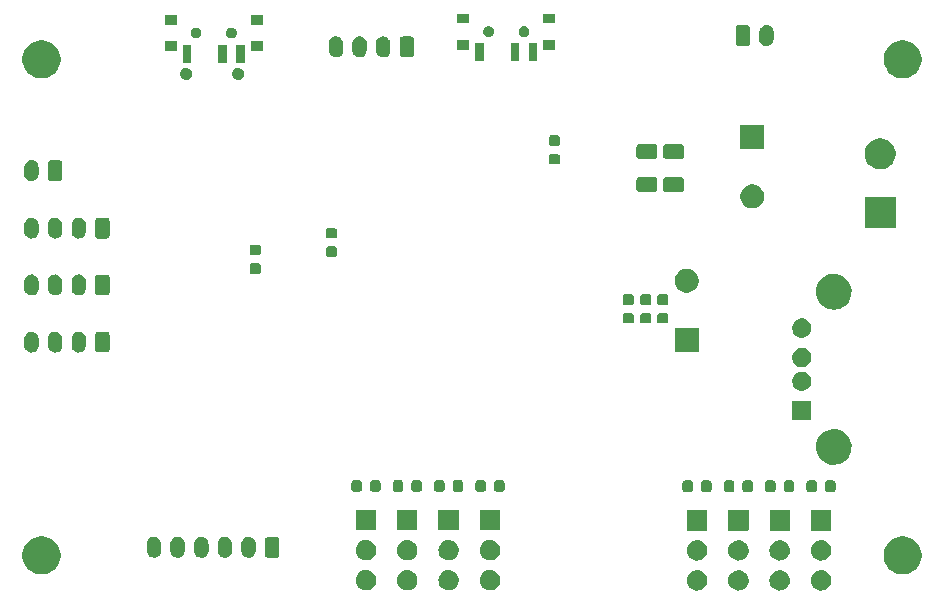
<source format=gbs>
G04 #@! TF.GenerationSoftware,KiCad,Pcbnew,5.99.0-unknown-a5c7d45~86~ubuntu18.04.1*
G04 #@! TF.CreationDate,2020-01-09T21:59:45+01:00*
G04 #@! TF.ProjectId,v1,76312e6b-6963-4616-945f-706362585858,rev?*
G04 #@! TF.SameCoordinates,Original*
G04 #@! TF.FileFunction,Soldermask,Bot*
G04 #@! TF.FilePolarity,Negative*
%FSLAX46Y46*%
G04 Gerber Fmt 4.6, Leading zero omitted, Abs format (unit mm)*
G04 Created by KiCad (PCBNEW 5.99.0-unknown-a5c7d45~86~ubuntu18.04.1) date 2020-01-09 21:59:45*
%MOMM*%
%LPD*%
G04 APERTURE LIST*
G04 APERTURE END LIST*
G36*
X193641289Y-116276545D02*
G01*
X193821260Y-116326794D01*
X193967435Y-116404517D01*
X193986244Y-116414518D01*
X194077340Y-116492047D01*
X194128539Y-116535621D01*
X194241511Y-116684455D01*
X194319887Y-116854078D01*
X194319887Y-116854079D01*
X194357813Y-117026573D01*
X194360011Y-117036573D01*
X194359338Y-117229429D01*
X194359333Y-117229451D01*
X194359333Y-117229453D01*
X194340394Y-117312811D01*
X194317941Y-117411640D01*
X194238382Y-117580710D01*
X194124374Y-117728753D01*
X193981235Y-117848861D01*
X193815644Y-117935429D01*
X193635327Y-117984421D01*
X193448696Y-117993548D01*
X193264458Y-117962387D01*
X193091210Y-117892390D01*
X192937034Y-117786824D01*
X192852703Y-117697020D01*
X192809124Y-117650614D01*
X192713446Y-117490113D01*
X192654467Y-117312814D01*
X192654466Y-117312811D01*
X192634934Y-117126980D01*
X192655763Y-116941291D01*
X192659168Y-116931290D01*
X192715979Y-116764406D01*
X192715979Y-116764405D01*
X192812775Y-116604577D01*
X192941633Y-116469262D01*
X193096542Y-116364775D01*
X193270275Y-116295989D01*
X193454726Y-116266115D01*
X193641289Y-116276545D01*
G37*
G36*
X204141289Y-116276545D02*
G01*
X204321260Y-116326794D01*
X204467435Y-116404517D01*
X204486244Y-116414518D01*
X204577340Y-116492047D01*
X204628539Y-116535621D01*
X204741511Y-116684455D01*
X204819887Y-116854078D01*
X204819887Y-116854079D01*
X204857813Y-117026573D01*
X204860011Y-117036573D01*
X204859338Y-117229429D01*
X204859333Y-117229451D01*
X204859333Y-117229453D01*
X204840394Y-117312811D01*
X204817941Y-117411640D01*
X204738382Y-117580710D01*
X204624374Y-117728753D01*
X204481235Y-117848861D01*
X204315644Y-117935429D01*
X204135327Y-117984421D01*
X203948696Y-117993548D01*
X203764458Y-117962387D01*
X203591210Y-117892390D01*
X203437034Y-117786824D01*
X203352703Y-117697020D01*
X203309124Y-117650614D01*
X203213446Y-117490113D01*
X203154467Y-117312814D01*
X203154466Y-117312811D01*
X203134934Y-117126980D01*
X203155763Y-116941291D01*
X203159168Y-116931290D01*
X203215979Y-116764406D01*
X203215979Y-116764405D01*
X203312775Y-116604577D01*
X203441633Y-116469262D01*
X203596542Y-116364775D01*
X203770275Y-116295989D01*
X203954726Y-116266115D01*
X204141289Y-116276545D01*
G37*
G36*
X200641289Y-116276545D02*
G01*
X200821260Y-116326794D01*
X200967435Y-116404517D01*
X200986244Y-116414518D01*
X201077340Y-116492047D01*
X201128539Y-116535621D01*
X201241511Y-116684455D01*
X201319887Y-116854078D01*
X201319887Y-116854079D01*
X201357813Y-117026573D01*
X201360011Y-117036573D01*
X201359338Y-117229429D01*
X201359333Y-117229451D01*
X201359333Y-117229453D01*
X201340394Y-117312811D01*
X201317941Y-117411640D01*
X201238382Y-117580710D01*
X201124374Y-117728753D01*
X200981235Y-117848861D01*
X200815644Y-117935429D01*
X200635327Y-117984421D01*
X200448696Y-117993548D01*
X200264458Y-117962387D01*
X200091210Y-117892390D01*
X199937034Y-117786824D01*
X199852703Y-117697020D01*
X199809124Y-117650614D01*
X199713446Y-117490113D01*
X199654467Y-117312814D01*
X199654466Y-117312811D01*
X199634934Y-117126980D01*
X199655763Y-116941291D01*
X199659168Y-116931290D01*
X199715979Y-116764406D01*
X199715979Y-116764405D01*
X199812775Y-116604577D01*
X199941633Y-116469262D01*
X200096542Y-116364775D01*
X200270275Y-116295989D01*
X200454726Y-116266115D01*
X200641289Y-116276545D01*
G37*
G36*
X197141289Y-116276545D02*
G01*
X197321260Y-116326794D01*
X197467435Y-116404517D01*
X197486244Y-116414518D01*
X197577340Y-116492047D01*
X197628539Y-116535621D01*
X197741511Y-116684455D01*
X197819887Y-116854078D01*
X197819887Y-116854079D01*
X197857813Y-117026573D01*
X197860011Y-117036573D01*
X197859338Y-117229429D01*
X197859333Y-117229451D01*
X197859333Y-117229453D01*
X197840394Y-117312811D01*
X197817941Y-117411640D01*
X197738382Y-117580710D01*
X197624374Y-117728753D01*
X197481235Y-117848861D01*
X197315644Y-117935429D01*
X197135327Y-117984421D01*
X196948696Y-117993548D01*
X196764458Y-117962387D01*
X196591210Y-117892390D01*
X196437034Y-117786824D01*
X196352703Y-117697020D01*
X196309124Y-117650614D01*
X196213446Y-117490113D01*
X196154467Y-117312814D01*
X196154466Y-117312811D01*
X196134934Y-117126980D01*
X196155763Y-116941291D01*
X196159168Y-116931290D01*
X196215979Y-116764406D01*
X196215979Y-116764405D01*
X196312775Y-116604577D01*
X196441633Y-116469262D01*
X196596542Y-116364775D01*
X196770275Y-116295989D01*
X196954726Y-116266115D01*
X197141289Y-116276545D01*
G37*
G36*
X176111289Y-116266545D02*
G01*
X176291260Y-116316794D01*
X176446404Y-116399286D01*
X176456244Y-116404518D01*
X176559090Y-116492047D01*
X176598539Y-116525621D01*
X176711511Y-116674455D01*
X176789887Y-116844078D01*
X176830011Y-117026573D01*
X176829338Y-117219429D01*
X176787941Y-117401640D01*
X176708382Y-117570710D01*
X176594374Y-117718753D01*
X176451235Y-117838861D01*
X176285644Y-117925429D01*
X176105327Y-117974421D01*
X175918696Y-117983548D01*
X175734458Y-117952387D01*
X175561210Y-117882390D01*
X175407034Y-117776824D01*
X175322703Y-117687020D01*
X175279124Y-117640614D01*
X175183446Y-117480113D01*
X175124467Y-117302814D01*
X175124466Y-117302811D01*
X175104934Y-117116980D01*
X175125763Y-116931291D01*
X175185979Y-116754405D01*
X175282775Y-116594577D01*
X175411633Y-116459262D01*
X175566542Y-116354775D01*
X175740275Y-116285989D01*
X175924726Y-116256115D01*
X176111289Y-116266545D01*
G37*
G36*
X165611289Y-116266545D02*
G01*
X165791260Y-116316794D01*
X165946404Y-116399286D01*
X165956244Y-116404518D01*
X166059090Y-116492047D01*
X166098539Y-116525621D01*
X166211511Y-116674455D01*
X166289887Y-116844078D01*
X166330011Y-117026573D01*
X166329338Y-117219429D01*
X166287941Y-117401640D01*
X166208382Y-117570710D01*
X166094374Y-117718753D01*
X165951235Y-117838861D01*
X165785644Y-117925429D01*
X165605327Y-117974421D01*
X165418696Y-117983548D01*
X165234458Y-117952387D01*
X165061210Y-117882390D01*
X164907034Y-117776824D01*
X164822703Y-117687020D01*
X164779124Y-117640614D01*
X164683446Y-117480113D01*
X164624467Y-117302814D01*
X164624466Y-117302811D01*
X164604934Y-117116980D01*
X164625763Y-116931291D01*
X164685979Y-116754405D01*
X164782775Y-116594577D01*
X164911633Y-116459262D01*
X165066542Y-116354775D01*
X165240275Y-116285989D01*
X165424726Y-116256115D01*
X165611289Y-116266545D01*
G37*
G36*
X169111289Y-116266545D02*
G01*
X169291260Y-116316794D01*
X169446404Y-116399286D01*
X169456244Y-116404518D01*
X169559090Y-116492047D01*
X169598539Y-116525621D01*
X169711511Y-116674455D01*
X169789887Y-116844078D01*
X169830011Y-117026573D01*
X169829338Y-117219429D01*
X169787941Y-117401640D01*
X169708382Y-117570710D01*
X169594374Y-117718753D01*
X169451235Y-117838861D01*
X169285644Y-117925429D01*
X169105327Y-117974421D01*
X168918696Y-117983548D01*
X168734458Y-117952387D01*
X168561210Y-117882390D01*
X168407034Y-117776824D01*
X168322703Y-117687020D01*
X168279124Y-117640614D01*
X168183446Y-117480113D01*
X168124467Y-117302814D01*
X168124466Y-117302811D01*
X168104934Y-117116980D01*
X168125763Y-116931291D01*
X168185979Y-116754405D01*
X168282775Y-116594577D01*
X168411633Y-116459262D01*
X168566542Y-116354775D01*
X168740275Y-116285989D01*
X168924726Y-116256115D01*
X169111289Y-116266545D01*
G37*
G36*
X172611289Y-116266545D02*
G01*
X172791260Y-116316794D01*
X172946404Y-116399286D01*
X172956244Y-116404518D01*
X173059090Y-116492047D01*
X173098539Y-116525621D01*
X173211511Y-116674455D01*
X173289887Y-116844078D01*
X173330011Y-117026573D01*
X173329338Y-117219429D01*
X173287941Y-117401640D01*
X173208382Y-117570710D01*
X173094374Y-117718753D01*
X172951235Y-117838861D01*
X172785644Y-117925429D01*
X172605327Y-117974421D01*
X172418696Y-117983548D01*
X172234458Y-117952387D01*
X172061210Y-117882390D01*
X171907034Y-117776824D01*
X171822703Y-117687020D01*
X171779124Y-117640614D01*
X171683446Y-117480113D01*
X171624467Y-117302814D01*
X171624466Y-117302811D01*
X171604934Y-117116980D01*
X171625763Y-116931291D01*
X171685979Y-116754405D01*
X171782775Y-116594577D01*
X171911633Y-116459262D01*
X172066542Y-116354775D01*
X172240275Y-116285989D01*
X172424726Y-116256115D01*
X172611289Y-116266545D01*
G37*
G36*
X211297011Y-113429643D02*
G01*
X211538022Y-113507953D01*
X211763823Y-113623004D01*
X211968846Y-113771962D01*
X212148038Y-113951154D01*
X212296996Y-114156177D01*
X212412047Y-114381978D01*
X212490357Y-114622989D01*
X212530000Y-114873290D01*
X212530000Y-115126710D01*
X212490357Y-115377011D01*
X212412047Y-115618022D01*
X212296996Y-115843823D01*
X212148038Y-116048846D01*
X211968846Y-116228038D01*
X211763823Y-116376996D01*
X211538022Y-116492047D01*
X211297011Y-116570357D01*
X211046710Y-116610000D01*
X210793290Y-116610000D01*
X210542989Y-116570357D01*
X210301978Y-116492047D01*
X210076177Y-116376996D01*
X209871154Y-116228038D01*
X209691962Y-116048846D01*
X209543004Y-115843823D01*
X209427953Y-115618022D01*
X209349643Y-115377011D01*
X209310000Y-115126710D01*
X209310000Y-114873290D01*
X209349643Y-114622989D01*
X209427953Y-114381978D01*
X209543004Y-114156177D01*
X209691962Y-113951154D01*
X209871154Y-113771962D01*
X210076177Y-113623004D01*
X210301978Y-113507953D01*
X210542989Y-113429643D01*
X210793290Y-113390000D01*
X211046710Y-113390000D01*
X211297011Y-113429643D01*
G37*
G36*
X138377011Y-113429643D02*
G01*
X138618022Y-113507953D01*
X138843823Y-113623004D01*
X139048846Y-113771962D01*
X139228038Y-113951154D01*
X139376996Y-114156177D01*
X139492047Y-114381978D01*
X139570357Y-114622989D01*
X139610000Y-114873290D01*
X139610000Y-115126710D01*
X139570357Y-115377011D01*
X139492047Y-115618022D01*
X139376996Y-115843823D01*
X139228038Y-116048846D01*
X139048846Y-116228038D01*
X138843823Y-116376996D01*
X138618022Y-116492047D01*
X138377011Y-116570357D01*
X138126710Y-116610000D01*
X137873290Y-116610000D01*
X137622989Y-116570357D01*
X137381978Y-116492047D01*
X137156177Y-116376996D01*
X136951154Y-116228038D01*
X136771962Y-116048846D01*
X136623004Y-115843823D01*
X136507953Y-115618022D01*
X136429643Y-115377011D01*
X136390000Y-115126710D01*
X136390000Y-114873290D01*
X136429643Y-114622989D01*
X136507953Y-114381978D01*
X136623004Y-114156177D01*
X136771962Y-113951154D01*
X136951154Y-113771962D01*
X137156177Y-113623004D01*
X137381978Y-113507953D01*
X137622989Y-113429643D01*
X137873290Y-113390000D01*
X138126710Y-113390000D01*
X138377011Y-113429643D01*
G37*
G36*
X204141289Y-113736545D02*
G01*
X204321260Y-113786794D01*
X204467435Y-113864517D01*
X204486244Y-113874518D01*
X204576293Y-113951156D01*
X204628539Y-113995621D01*
X204741511Y-114144455D01*
X204819887Y-114314078D01*
X204819887Y-114314079D01*
X204857813Y-114486573D01*
X204860011Y-114496573D01*
X204859338Y-114689429D01*
X204859333Y-114689451D01*
X204859333Y-114689453D01*
X204840394Y-114772811D01*
X204817941Y-114871640D01*
X204738382Y-115040710D01*
X204624374Y-115188753D01*
X204481235Y-115308861D01*
X204315644Y-115395429D01*
X204135327Y-115444421D01*
X203948696Y-115453548D01*
X203764458Y-115422387D01*
X203591210Y-115352390D01*
X203437034Y-115246824D01*
X203352703Y-115157020D01*
X203309124Y-115110614D01*
X203213446Y-114950113D01*
X203154467Y-114772814D01*
X203154466Y-114772811D01*
X203134934Y-114586980D01*
X203155763Y-114401291D01*
X203159168Y-114391290D01*
X203215979Y-114224406D01*
X203215979Y-114224405D01*
X203312775Y-114064577D01*
X203441633Y-113929262D01*
X203596542Y-113824775D01*
X203770275Y-113755989D01*
X203954726Y-113726115D01*
X204141289Y-113736545D01*
G37*
G36*
X193641289Y-113736545D02*
G01*
X193821260Y-113786794D01*
X193967435Y-113864517D01*
X193986244Y-113874518D01*
X194076293Y-113951156D01*
X194128539Y-113995621D01*
X194241511Y-114144455D01*
X194319887Y-114314078D01*
X194319887Y-114314079D01*
X194357813Y-114486573D01*
X194360011Y-114496573D01*
X194359338Y-114689429D01*
X194359333Y-114689451D01*
X194359333Y-114689453D01*
X194340394Y-114772811D01*
X194317941Y-114871640D01*
X194238382Y-115040710D01*
X194124374Y-115188753D01*
X193981235Y-115308861D01*
X193815644Y-115395429D01*
X193635327Y-115444421D01*
X193448696Y-115453548D01*
X193264458Y-115422387D01*
X193091210Y-115352390D01*
X192937034Y-115246824D01*
X192852703Y-115157020D01*
X192809124Y-115110614D01*
X192713446Y-114950113D01*
X192654467Y-114772814D01*
X192654466Y-114772811D01*
X192634934Y-114586980D01*
X192655763Y-114401291D01*
X192659168Y-114391290D01*
X192715979Y-114224406D01*
X192715979Y-114224405D01*
X192812775Y-114064577D01*
X192941633Y-113929262D01*
X193096542Y-113824775D01*
X193270275Y-113755989D01*
X193454726Y-113726115D01*
X193641289Y-113736545D01*
G37*
G36*
X197141289Y-113736545D02*
G01*
X197321260Y-113786794D01*
X197467435Y-113864517D01*
X197486244Y-113874518D01*
X197576293Y-113951156D01*
X197628539Y-113995621D01*
X197741511Y-114144455D01*
X197819887Y-114314078D01*
X197819887Y-114314079D01*
X197857813Y-114486573D01*
X197860011Y-114496573D01*
X197859338Y-114689429D01*
X197859333Y-114689451D01*
X197859333Y-114689453D01*
X197840394Y-114772811D01*
X197817941Y-114871640D01*
X197738382Y-115040710D01*
X197624374Y-115188753D01*
X197481235Y-115308861D01*
X197315644Y-115395429D01*
X197135327Y-115444421D01*
X196948696Y-115453548D01*
X196764458Y-115422387D01*
X196591210Y-115352390D01*
X196437034Y-115246824D01*
X196352703Y-115157020D01*
X196309124Y-115110614D01*
X196213446Y-114950113D01*
X196154467Y-114772814D01*
X196154466Y-114772811D01*
X196134934Y-114586980D01*
X196155763Y-114401291D01*
X196159168Y-114391290D01*
X196215979Y-114224406D01*
X196215979Y-114224405D01*
X196312775Y-114064577D01*
X196441633Y-113929262D01*
X196596542Y-113824775D01*
X196770275Y-113755989D01*
X196954726Y-113726115D01*
X197141289Y-113736545D01*
G37*
G36*
X200641289Y-113736545D02*
G01*
X200821260Y-113786794D01*
X200967435Y-113864517D01*
X200986244Y-113874518D01*
X201076293Y-113951156D01*
X201128539Y-113995621D01*
X201241511Y-114144455D01*
X201319887Y-114314078D01*
X201319887Y-114314079D01*
X201357813Y-114486573D01*
X201360011Y-114496573D01*
X201359338Y-114689429D01*
X201359333Y-114689451D01*
X201359333Y-114689453D01*
X201340394Y-114772811D01*
X201317941Y-114871640D01*
X201238382Y-115040710D01*
X201124374Y-115188753D01*
X200981235Y-115308861D01*
X200815644Y-115395429D01*
X200635327Y-115444421D01*
X200448696Y-115453548D01*
X200264458Y-115422387D01*
X200091210Y-115352390D01*
X199937034Y-115246824D01*
X199852703Y-115157020D01*
X199809124Y-115110614D01*
X199713446Y-114950113D01*
X199654467Y-114772814D01*
X199654466Y-114772811D01*
X199634934Y-114586980D01*
X199655763Y-114401291D01*
X199659168Y-114391290D01*
X199715979Y-114224406D01*
X199715979Y-114224405D01*
X199812775Y-114064577D01*
X199941633Y-113929262D01*
X200096542Y-113824775D01*
X200270275Y-113755989D01*
X200454726Y-113726115D01*
X200641289Y-113736545D01*
G37*
G36*
X172611289Y-113726545D02*
G01*
X172791260Y-113776794D01*
X172888803Y-113828659D01*
X172956244Y-113864518D01*
X173058043Y-113951156D01*
X173098539Y-113985621D01*
X173211511Y-114134455D01*
X173289887Y-114304078D01*
X173330011Y-114486573D01*
X173329338Y-114679429D01*
X173287941Y-114861640D01*
X173208382Y-115030710D01*
X173094374Y-115178753D01*
X172951235Y-115298861D01*
X172785644Y-115385429D01*
X172605327Y-115434421D01*
X172418696Y-115443548D01*
X172234458Y-115412387D01*
X172061210Y-115342390D01*
X171907034Y-115236824D01*
X171805514Y-115128716D01*
X171779124Y-115100614D01*
X171683446Y-114940113D01*
X171624467Y-114762814D01*
X171624466Y-114762811D01*
X171604934Y-114576980D01*
X171625763Y-114391291D01*
X171685979Y-114214405D01*
X171782775Y-114054577D01*
X171911633Y-113919262D01*
X172066542Y-113814775D01*
X172240275Y-113745989D01*
X172424726Y-113716115D01*
X172611289Y-113726545D01*
G37*
G36*
X176111289Y-113726545D02*
G01*
X176291260Y-113776794D01*
X176388803Y-113828659D01*
X176456244Y-113864518D01*
X176558043Y-113951156D01*
X176598539Y-113985621D01*
X176711511Y-114134455D01*
X176789887Y-114304078D01*
X176830011Y-114486573D01*
X176829338Y-114679429D01*
X176787941Y-114861640D01*
X176708382Y-115030710D01*
X176594374Y-115178753D01*
X176451235Y-115298861D01*
X176285644Y-115385429D01*
X176105327Y-115434421D01*
X175918696Y-115443548D01*
X175734458Y-115412387D01*
X175561210Y-115342390D01*
X175407034Y-115236824D01*
X175305514Y-115128716D01*
X175279124Y-115100614D01*
X175183446Y-114940113D01*
X175124467Y-114762814D01*
X175124466Y-114762811D01*
X175104934Y-114576980D01*
X175125763Y-114391291D01*
X175185979Y-114214405D01*
X175282775Y-114054577D01*
X175411633Y-113919262D01*
X175566542Y-113814775D01*
X175740275Y-113745989D01*
X175924726Y-113716115D01*
X176111289Y-113726545D01*
G37*
G36*
X169111289Y-113726545D02*
G01*
X169291260Y-113776794D01*
X169388803Y-113828659D01*
X169456244Y-113864518D01*
X169558043Y-113951156D01*
X169598539Y-113985621D01*
X169711511Y-114134455D01*
X169789887Y-114304078D01*
X169830011Y-114486573D01*
X169829338Y-114679429D01*
X169787941Y-114861640D01*
X169708382Y-115030710D01*
X169594374Y-115178753D01*
X169451235Y-115298861D01*
X169285644Y-115385429D01*
X169105327Y-115434421D01*
X168918696Y-115443548D01*
X168734458Y-115412387D01*
X168561210Y-115342390D01*
X168407034Y-115236824D01*
X168305514Y-115128716D01*
X168279124Y-115100614D01*
X168183446Y-114940113D01*
X168124467Y-114762814D01*
X168124466Y-114762811D01*
X168104934Y-114576980D01*
X168125763Y-114391291D01*
X168185979Y-114214405D01*
X168282775Y-114054577D01*
X168411633Y-113919262D01*
X168566542Y-113814775D01*
X168740275Y-113745989D01*
X168924726Y-113716115D01*
X169111289Y-113726545D01*
G37*
G36*
X165611289Y-113726545D02*
G01*
X165791260Y-113776794D01*
X165888803Y-113828659D01*
X165956244Y-113864518D01*
X166058043Y-113951156D01*
X166098539Y-113985621D01*
X166211511Y-114134455D01*
X166289887Y-114304078D01*
X166330011Y-114486573D01*
X166329338Y-114679429D01*
X166287941Y-114861640D01*
X166208382Y-115030710D01*
X166094374Y-115178753D01*
X165951235Y-115298861D01*
X165785644Y-115385429D01*
X165605327Y-115434421D01*
X165418696Y-115443548D01*
X165234458Y-115412387D01*
X165061210Y-115342390D01*
X164907034Y-115236824D01*
X164805514Y-115128716D01*
X164779124Y-115100614D01*
X164683446Y-114940113D01*
X164624467Y-114762814D01*
X164624466Y-114762811D01*
X164604934Y-114576980D01*
X164625763Y-114391291D01*
X164685979Y-114214405D01*
X164782775Y-114054577D01*
X164911633Y-113919262D01*
X165066542Y-113814775D01*
X165240275Y-113745989D01*
X165424726Y-113716115D01*
X165611289Y-113726545D01*
G37*
G36*
X155719998Y-113470245D02*
G01*
X155859452Y-113535867D01*
X155978205Y-113634108D01*
X156066756Y-113755989D01*
X156068796Y-113758797D01*
X156125532Y-113902094D01*
X156137347Y-113995621D01*
X156140000Y-114016625D01*
X156140000Y-114630414D01*
X156101671Y-114831341D01*
X156101478Y-114831692D01*
X156101478Y-114831693D01*
X156027422Y-114966400D01*
X155992999Y-115003056D01*
X155921919Y-115078749D01*
X155815901Y-115146029D01*
X155791789Y-115161331D01*
X155645211Y-115208957D01*
X155491396Y-115218635D01*
X155491393Y-115218635D01*
X155340002Y-115189755D01*
X155200548Y-115124133D01*
X155081795Y-115025892D01*
X154991205Y-114901204D01*
X154980153Y-114873290D01*
X154934468Y-114757905D01*
X154920000Y-114643376D01*
X154920000Y-114029586D01*
X154958329Y-113828659D01*
X155032579Y-113693601D01*
X155138082Y-113581251D01*
X155268211Y-113498669D01*
X155414789Y-113451043D01*
X155568604Y-113441365D01*
X155568607Y-113441365D01*
X155719998Y-113470245D01*
G37*
G36*
X147719998Y-113470245D02*
G01*
X147859452Y-113535867D01*
X147978205Y-113634108D01*
X148066756Y-113755989D01*
X148068796Y-113758797D01*
X148125532Y-113902094D01*
X148137347Y-113995621D01*
X148140000Y-114016625D01*
X148140000Y-114630414D01*
X148101671Y-114831341D01*
X148101478Y-114831692D01*
X148101478Y-114831693D01*
X148027422Y-114966400D01*
X147992999Y-115003056D01*
X147921919Y-115078749D01*
X147815901Y-115146029D01*
X147791789Y-115161331D01*
X147645211Y-115208957D01*
X147491396Y-115218635D01*
X147491393Y-115218635D01*
X147340002Y-115189755D01*
X147200548Y-115124133D01*
X147081795Y-115025892D01*
X146991205Y-114901204D01*
X146980153Y-114873290D01*
X146934468Y-114757905D01*
X146920000Y-114643376D01*
X146920000Y-114029586D01*
X146958329Y-113828659D01*
X147032579Y-113693601D01*
X147138082Y-113581251D01*
X147268211Y-113498669D01*
X147414789Y-113451043D01*
X147568604Y-113441365D01*
X147568607Y-113441365D01*
X147719998Y-113470245D01*
G37*
G36*
X149719998Y-113470245D02*
G01*
X149859452Y-113535867D01*
X149978205Y-113634108D01*
X150066756Y-113755989D01*
X150068796Y-113758797D01*
X150125532Y-113902094D01*
X150137347Y-113995621D01*
X150140000Y-114016625D01*
X150140000Y-114630414D01*
X150101671Y-114831341D01*
X150101478Y-114831692D01*
X150101478Y-114831693D01*
X150027422Y-114966400D01*
X149992999Y-115003056D01*
X149921919Y-115078749D01*
X149815901Y-115146029D01*
X149791789Y-115161331D01*
X149645211Y-115208957D01*
X149491396Y-115218635D01*
X149491393Y-115218635D01*
X149340002Y-115189755D01*
X149200548Y-115124133D01*
X149081795Y-115025892D01*
X148991205Y-114901204D01*
X148980153Y-114873290D01*
X148934468Y-114757905D01*
X148920000Y-114643376D01*
X148920000Y-114029586D01*
X148958329Y-113828659D01*
X149032579Y-113693601D01*
X149138082Y-113581251D01*
X149268211Y-113498669D01*
X149414789Y-113451043D01*
X149568604Y-113441365D01*
X149568607Y-113441365D01*
X149719998Y-113470245D01*
G37*
G36*
X151719998Y-113470245D02*
G01*
X151859452Y-113535867D01*
X151978205Y-113634108D01*
X152066756Y-113755989D01*
X152068796Y-113758797D01*
X152125532Y-113902094D01*
X152137347Y-113995621D01*
X152140000Y-114016625D01*
X152140000Y-114630414D01*
X152101671Y-114831341D01*
X152101478Y-114831692D01*
X152101478Y-114831693D01*
X152027422Y-114966400D01*
X151992999Y-115003056D01*
X151921919Y-115078749D01*
X151815901Y-115146029D01*
X151791789Y-115161331D01*
X151645211Y-115208957D01*
X151491396Y-115218635D01*
X151491393Y-115218635D01*
X151340002Y-115189755D01*
X151200548Y-115124133D01*
X151081795Y-115025892D01*
X150991205Y-114901204D01*
X150980153Y-114873290D01*
X150934468Y-114757905D01*
X150920000Y-114643376D01*
X150920000Y-114029586D01*
X150958329Y-113828659D01*
X151032579Y-113693601D01*
X151138082Y-113581251D01*
X151268211Y-113498669D01*
X151414789Y-113451043D01*
X151568604Y-113441365D01*
X151568607Y-113441365D01*
X151719998Y-113470245D01*
G37*
G36*
X153719998Y-113470245D02*
G01*
X153859452Y-113535867D01*
X153978205Y-113634108D01*
X154066756Y-113755989D01*
X154068796Y-113758797D01*
X154125532Y-113902094D01*
X154137347Y-113995621D01*
X154140000Y-114016625D01*
X154140000Y-114630414D01*
X154101671Y-114831341D01*
X154101478Y-114831692D01*
X154101478Y-114831693D01*
X154027422Y-114966400D01*
X153992999Y-115003056D01*
X153921919Y-115078749D01*
X153815901Y-115146029D01*
X153791789Y-115161331D01*
X153645211Y-115208957D01*
X153491396Y-115218635D01*
X153491393Y-115218635D01*
X153340002Y-115189755D01*
X153200548Y-115124133D01*
X153081795Y-115025892D01*
X152991205Y-114901204D01*
X152980153Y-114873290D01*
X152934468Y-114757905D01*
X152920000Y-114643376D01*
X152920000Y-114029586D01*
X152958329Y-113828659D01*
X153032579Y-113693601D01*
X153138082Y-113581251D01*
X153268211Y-113498669D01*
X153414789Y-113451043D01*
X153568604Y-113441365D01*
X153568607Y-113441365D01*
X153719998Y-113470245D01*
G37*
G36*
X157970875Y-113462679D02*
G01*
X157973671Y-113464410D01*
X157976550Y-113464983D01*
X158001229Y-113481473D01*
X158053716Y-113513971D01*
X158057638Y-113519164D01*
X158062552Y-113522448D01*
X158081256Y-113550440D01*
X158112248Y-113591481D01*
X158114187Y-113599725D01*
X158120017Y-113608450D01*
X158140196Y-113709897D01*
X158140196Y-113710305D01*
X158140441Y-113711347D01*
X158140441Y-114948945D01*
X158122321Y-115045875D01*
X158120590Y-115048671D01*
X158120017Y-115051550D01*
X158103527Y-115076229D01*
X158071029Y-115128716D01*
X158065836Y-115132638D01*
X158062552Y-115137552D01*
X158034560Y-115156256D01*
X157993519Y-115187248D01*
X157985275Y-115189187D01*
X157976550Y-115195017D01*
X157875103Y-115215196D01*
X157874695Y-115215196D01*
X157873653Y-115215441D01*
X157186055Y-115215441D01*
X157089125Y-115197321D01*
X157086329Y-115195590D01*
X157083450Y-115195017D01*
X157058771Y-115178527D01*
X157006284Y-115146029D01*
X157002362Y-115140836D01*
X156997448Y-115137552D01*
X156978744Y-115109560D01*
X156947752Y-115068519D01*
X156945813Y-115060275D01*
X156939983Y-115051550D01*
X156919804Y-114950103D01*
X156919804Y-114949695D01*
X156919559Y-114948653D01*
X156919559Y-113711055D01*
X156937679Y-113614125D01*
X156939410Y-113611329D01*
X156939983Y-113608450D01*
X156956473Y-113583771D01*
X156988971Y-113531284D01*
X156994164Y-113527362D01*
X156997448Y-113522448D01*
X157025440Y-113503744D01*
X157066481Y-113472752D01*
X157074725Y-113470813D01*
X157083450Y-113464983D01*
X157184897Y-113444804D01*
X157185305Y-113444804D01*
X157186347Y-113444559D01*
X157873945Y-113444559D01*
X157970875Y-113462679D01*
G37*
G36*
X194353903Y-111190580D02*
G01*
X194357210Y-111192790D01*
X194359420Y-111196097D01*
X194360441Y-111201231D01*
X194360441Y-112898769D01*
X194359420Y-112903903D01*
X194357210Y-112907210D01*
X194353903Y-112909420D01*
X194348769Y-112910441D01*
X192651231Y-112910441D01*
X192646097Y-112909420D01*
X192642790Y-112907210D01*
X192640580Y-112903903D01*
X192639559Y-112898769D01*
X192639559Y-111201231D01*
X192640580Y-111196097D01*
X192642790Y-111192790D01*
X192646097Y-111190580D01*
X192651231Y-111189559D01*
X194348769Y-111189559D01*
X194353903Y-111190580D01*
G37*
G36*
X197853903Y-111190580D02*
G01*
X197857210Y-111192790D01*
X197859420Y-111196097D01*
X197860441Y-111201231D01*
X197860441Y-112898769D01*
X197859420Y-112903903D01*
X197857210Y-112907210D01*
X197853903Y-112909420D01*
X197848769Y-112910441D01*
X196151231Y-112910441D01*
X196146097Y-112909420D01*
X196142790Y-112907210D01*
X196140580Y-112903903D01*
X196139559Y-112898769D01*
X196139559Y-111201231D01*
X196140580Y-111196097D01*
X196142790Y-111192790D01*
X196146097Y-111190580D01*
X196151231Y-111189559D01*
X197848769Y-111189559D01*
X197853903Y-111190580D01*
G37*
G36*
X201353903Y-111190580D02*
G01*
X201357210Y-111192790D01*
X201359420Y-111196097D01*
X201360441Y-111201231D01*
X201360441Y-112898769D01*
X201359420Y-112903903D01*
X201357210Y-112907210D01*
X201353903Y-112909420D01*
X201348769Y-112910441D01*
X199651231Y-112910441D01*
X199646097Y-112909420D01*
X199642790Y-112907210D01*
X199640580Y-112903903D01*
X199639559Y-112898769D01*
X199639559Y-111201231D01*
X199640580Y-111196097D01*
X199642790Y-111192790D01*
X199646097Y-111190580D01*
X199651231Y-111189559D01*
X201348769Y-111189559D01*
X201353903Y-111190580D01*
G37*
G36*
X204853903Y-111190580D02*
G01*
X204857210Y-111192790D01*
X204859420Y-111196097D01*
X204860441Y-111201231D01*
X204860441Y-112898769D01*
X204859420Y-112903903D01*
X204857210Y-112907210D01*
X204853903Y-112909420D01*
X204848769Y-112910441D01*
X203151231Y-112910441D01*
X203146097Y-112909420D01*
X203142790Y-112907210D01*
X203140580Y-112903903D01*
X203139559Y-112898769D01*
X203139559Y-111201231D01*
X203140580Y-111196097D01*
X203142790Y-111192790D01*
X203146097Y-111190580D01*
X203151231Y-111189559D01*
X204848769Y-111189559D01*
X204853903Y-111190580D01*
G37*
G36*
X176823903Y-111180580D02*
G01*
X176827210Y-111182790D01*
X176829420Y-111186097D01*
X176830441Y-111191231D01*
X176830441Y-112888769D01*
X176829420Y-112893903D01*
X176827210Y-112897210D01*
X176823903Y-112899420D01*
X176818769Y-112900441D01*
X175121231Y-112900441D01*
X175116097Y-112899420D01*
X175112790Y-112897210D01*
X175110580Y-112893903D01*
X175109559Y-112888769D01*
X175109559Y-111191231D01*
X175110580Y-111186097D01*
X175112790Y-111182790D01*
X175116097Y-111180580D01*
X175121231Y-111179559D01*
X176818769Y-111179559D01*
X176823903Y-111180580D01*
G37*
G36*
X173323903Y-111180580D02*
G01*
X173327210Y-111182790D01*
X173329420Y-111186097D01*
X173330441Y-111191231D01*
X173330441Y-112888769D01*
X173329420Y-112893903D01*
X173327210Y-112897210D01*
X173323903Y-112899420D01*
X173318769Y-112900441D01*
X171621231Y-112900441D01*
X171616097Y-112899420D01*
X171612790Y-112897210D01*
X171610580Y-112893903D01*
X171609559Y-112888769D01*
X171609559Y-111191231D01*
X171610580Y-111186097D01*
X171612790Y-111182790D01*
X171616097Y-111180580D01*
X171621231Y-111179559D01*
X173318769Y-111179559D01*
X173323903Y-111180580D01*
G37*
G36*
X169823903Y-111180580D02*
G01*
X169827210Y-111182790D01*
X169829420Y-111186097D01*
X169830441Y-111191231D01*
X169830441Y-112888769D01*
X169829420Y-112893903D01*
X169827210Y-112897210D01*
X169823903Y-112899420D01*
X169818769Y-112900441D01*
X168121231Y-112900441D01*
X168116097Y-112899420D01*
X168112790Y-112897210D01*
X168110580Y-112893903D01*
X168109559Y-112888769D01*
X168109559Y-111191231D01*
X168110580Y-111186097D01*
X168112790Y-111182790D01*
X168116097Y-111180580D01*
X168121231Y-111179559D01*
X169818769Y-111179559D01*
X169823903Y-111180580D01*
G37*
G36*
X166323903Y-111180580D02*
G01*
X166327210Y-111182790D01*
X166329420Y-111186097D01*
X166330441Y-111191231D01*
X166330441Y-112888769D01*
X166329420Y-112893903D01*
X166327210Y-112897210D01*
X166323903Y-112899420D01*
X166318769Y-112900441D01*
X164621231Y-112900441D01*
X164616097Y-112899420D01*
X164612790Y-112897210D01*
X164610580Y-112893903D01*
X164609559Y-112888769D01*
X164609559Y-111191231D01*
X164610580Y-111186097D01*
X164612790Y-111182790D01*
X164616097Y-111180580D01*
X164621231Y-111179559D01*
X166318769Y-111179559D01*
X166323903Y-111180580D01*
G37*
G36*
X203462328Y-108666838D02*
G01*
X203516219Y-108677558D01*
X203591884Y-108728116D01*
X203642442Y-108803781D01*
X203642442Y-108803782D01*
X203660441Y-108894266D01*
X203660441Y-109395734D01*
X203660196Y-109396965D01*
X203642442Y-109486219D01*
X203591884Y-109561884D01*
X203516219Y-109612442D01*
X203476006Y-109620441D01*
X203425734Y-109630441D01*
X202999266Y-109630441D01*
X202948994Y-109620441D01*
X202908781Y-109612442D01*
X202833116Y-109561884D01*
X202782558Y-109486219D01*
X202764804Y-109396965D01*
X202764559Y-109395734D01*
X202764559Y-108894266D01*
X202782558Y-108803782D01*
X202782558Y-108803781D01*
X202833116Y-108728116D01*
X202908781Y-108677558D01*
X202962672Y-108666838D01*
X202999266Y-108659559D01*
X203425734Y-108659559D01*
X203462328Y-108666838D01*
G37*
G36*
X194537328Y-108666838D02*
G01*
X194591219Y-108677558D01*
X194666884Y-108728116D01*
X194717442Y-108803781D01*
X194717442Y-108803782D01*
X194735441Y-108894266D01*
X194735441Y-109395734D01*
X194735196Y-109396965D01*
X194717442Y-109486219D01*
X194666884Y-109561884D01*
X194591219Y-109612442D01*
X194551006Y-109620441D01*
X194500734Y-109630441D01*
X194074266Y-109630441D01*
X194023994Y-109620441D01*
X193983781Y-109612442D01*
X193908116Y-109561884D01*
X193857558Y-109486219D01*
X193839804Y-109396965D01*
X193839559Y-109395734D01*
X193839559Y-108894266D01*
X193857558Y-108803782D01*
X193857558Y-108803781D01*
X193908116Y-108728116D01*
X193983781Y-108677558D01*
X194037672Y-108666838D01*
X194074266Y-108659559D01*
X194500734Y-108659559D01*
X194537328Y-108666838D01*
G37*
G36*
X196462328Y-108666838D02*
G01*
X196516219Y-108677558D01*
X196591884Y-108728116D01*
X196642442Y-108803781D01*
X196642442Y-108803782D01*
X196660441Y-108894266D01*
X196660441Y-109395734D01*
X196660196Y-109396965D01*
X196642442Y-109486219D01*
X196591884Y-109561884D01*
X196516219Y-109612442D01*
X196476006Y-109620441D01*
X196425734Y-109630441D01*
X195999266Y-109630441D01*
X195948994Y-109620441D01*
X195908781Y-109612442D01*
X195833116Y-109561884D01*
X195782558Y-109486219D01*
X195764804Y-109396965D01*
X195764559Y-109395734D01*
X195764559Y-108894266D01*
X195782558Y-108803782D01*
X195782558Y-108803781D01*
X195833116Y-108728116D01*
X195908781Y-108677558D01*
X195962672Y-108666838D01*
X195999266Y-108659559D01*
X196425734Y-108659559D01*
X196462328Y-108666838D01*
G37*
G36*
X198037328Y-108666838D02*
G01*
X198091219Y-108677558D01*
X198166884Y-108728116D01*
X198217442Y-108803781D01*
X198217442Y-108803782D01*
X198235441Y-108894266D01*
X198235441Y-109395734D01*
X198235196Y-109396965D01*
X198217442Y-109486219D01*
X198166884Y-109561884D01*
X198091219Y-109612442D01*
X198051006Y-109620441D01*
X198000734Y-109630441D01*
X197574266Y-109630441D01*
X197523994Y-109620441D01*
X197483781Y-109612442D01*
X197408116Y-109561884D01*
X197357558Y-109486219D01*
X197339804Y-109396965D01*
X197339559Y-109395734D01*
X197339559Y-108894266D01*
X197357558Y-108803782D01*
X197357558Y-108803781D01*
X197408116Y-108728116D01*
X197483781Y-108677558D01*
X197537672Y-108666838D01*
X197574266Y-108659559D01*
X198000734Y-108659559D01*
X198037328Y-108666838D01*
G37*
G36*
X199962328Y-108666838D02*
G01*
X200016219Y-108677558D01*
X200091884Y-108728116D01*
X200142442Y-108803781D01*
X200142442Y-108803782D01*
X200160441Y-108894266D01*
X200160441Y-109395734D01*
X200160196Y-109396965D01*
X200142442Y-109486219D01*
X200091884Y-109561884D01*
X200016219Y-109612442D01*
X199976006Y-109620441D01*
X199925734Y-109630441D01*
X199499266Y-109630441D01*
X199448994Y-109620441D01*
X199408781Y-109612442D01*
X199333116Y-109561884D01*
X199282558Y-109486219D01*
X199264804Y-109396965D01*
X199264559Y-109395734D01*
X199264559Y-108894266D01*
X199282558Y-108803782D01*
X199282558Y-108803781D01*
X199333116Y-108728116D01*
X199408781Y-108677558D01*
X199462672Y-108666838D01*
X199499266Y-108659559D01*
X199925734Y-108659559D01*
X199962328Y-108666838D01*
G37*
G36*
X201537328Y-108666838D02*
G01*
X201591219Y-108677558D01*
X201666884Y-108728116D01*
X201717442Y-108803781D01*
X201717442Y-108803782D01*
X201735441Y-108894266D01*
X201735441Y-109395734D01*
X201735196Y-109396965D01*
X201717442Y-109486219D01*
X201666884Y-109561884D01*
X201591219Y-109612442D01*
X201551006Y-109620441D01*
X201500734Y-109630441D01*
X201074266Y-109630441D01*
X201023994Y-109620441D01*
X200983781Y-109612442D01*
X200908116Y-109561884D01*
X200857558Y-109486219D01*
X200839804Y-109396965D01*
X200839559Y-109395734D01*
X200839559Y-108894266D01*
X200857558Y-108803782D01*
X200857558Y-108803781D01*
X200908116Y-108728116D01*
X200983781Y-108677558D01*
X201037672Y-108666838D01*
X201074266Y-108659559D01*
X201500734Y-108659559D01*
X201537328Y-108666838D01*
G37*
G36*
X205037328Y-108666838D02*
G01*
X205091219Y-108677558D01*
X205166884Y-108728116D01*
X205217442Y-108803781D01*
X205217442Y-108803782D01*
X205235441Y-108894266D01*
X205235441Y-109395734D01*
X205235196Y-109396965D01*
X205217442Y-109486219D01*
X205166884Y-109561884D01*
X205091219Y-109612442D01*
X205051006Y-109620441D01*
X205000734Y-109630441D01*
X204574266Y-109630441D01*
X204523994Y-109620441D01*
X204483781Y-109612442D01*
X204408116Y-109561884D01*
X204357558Y-109486219D01*
X204339804Y-109396965D01*
X204339559Y-109395734D01*
X204339559Y-108894266D01*
X204357558Y-108803782D01*
X204357558Y-108803781D01*
X204408116Y-108728116D01*
X204483781Y-108677558D01*
X204537672Y-108666838D01*
X204574266Y-108659559D01*
X205000734Y-108659559D01*
X205037328Y-108666838D01*
G37*
G36*
X192962328Y-108666838D02*
G01*
X193016219Y-108677558D01*
X193091884Y-108728116D01*
X193142442Y-108803781D01*
X193142442Y-108803782D01*
X193160441Y-108894266D01*
X193160441Y-109395734D01*
X193160196Y-109396965D01*
X193142442Y-109486219D01*
X193091884Y-109561884D01*
X193016219Y-109612442D01*
X192976006Y-109620441D01*
X192925734Y-109630441D01*
X192499266Y-109630441D01*
X192448994Y-109620441D01*
X192408781Y-109612442D01*
X192333116Y-109561884D01*
X192282558Y-109486219D01*
X192264804Y-109396965D01*
X192264559Y-109395734D01*
X192264559Y-108894266D01*
X192282558Y-108803782D01*
X192282558Y-108803781D01*
X192333116Y-108728116D01*
X192408781Y-108677558D01*
X192462672Y-108666838D01*
X192499266Y-108659559D01*
X192925734Y-108659559D01*
X192962328Y-108666838D01*
G37*
G36*
X177007328Y-108656838D02*
G01*
X177061219Y-108667558D01*
X177136884Y-108718116D01*
X177187442Y-108793781D01*
X177187442Y-108793782D01*
X177205441Y-108884266D01*
X177205441Y-109385734D01*
X177205196Y-109386965D01*
X177187442Y-109476219D01*
X177136884Y-109551884D01*
X177061219Y-109602442D01*
X177010946Y-109612442D01*
X176970734Y-109620441D01*
X176544266Y-109620441D01*
X176504054Y-109612442D01*
X176453781Y-109602442D01*
X176378116Y-109551884D01*
X176327558Y-109476219D01*
X176309804Y-109386965D01*
X176309559Y-109385734D01*
X176309559Y-108884266D01*
X176327558Y-108793782D01*
X176327558Y-108793781D01*
X176378116Y-108718116D01*
X176453781Y-108667558D01*
X176507672Y-108656838D01*
X176544266Y-108649559D01*
X176970734Y-108649559D01*
X177007328Y-108656838D01*
G37*
G36*
X175432328Y-108656838D02*
G01*
X175486219Y-108667558D01*
X175561884Y-108718116D01*
X175612442Y-108793781D01*
X175612442Y-108793782D01*
X175630441Y-108884266D01*
X175630441Y-109385734D01*
X175630196Y-109386965D01*
X175612442Y-109476219D01*
X175561884Y-109551884D01*
X175486219Y-109602442D01*
X175435946Y-109612442D01*
X175395734Y-109620441D01*
X174969266Y-109620441D01*
X174929054Y-109612442D01*
X174878781Y-109602442D01*
X174803116Y-109551884D01*
X174752558Y-109476219D01*
X174734804Y-109386965D01*
X174734559Y-109385734D01*
X174734559Y-108884266D01*
X174752558Y-108793782D01*
X174752558Y-108793781D01*
X174803116Y-108718116D01*
X174878781Y-108667558D01*
X174932672Y-108656838D01*
X174969266Y-108649559D01*
X175395734Y-108649559D01*
X175432328Y-108656838D01*
G37*
G36*
X164932328Y-108656838D02*
G01*
X164986219Y-108667558D01*
X165061884Y-108718116D01*
X165112442Y-108793781D01*
X165112442Y-108793782D01*
X165130441Y-108884266D01*
X165130441Y-109385734D01*
X165130196Y-109386965D01*
X165112442Y-109476219D01*
X165061884Y-109551884D01*
X164986219Y-109602442D01*
X164935946Y-109612442D01*
X164895734Y-109620441D01*
X164469266Y-109620441D01*
X164429054Y-109612442D01*
X164378781Y-109602442D01*
X164303116Y-109551884D01*
X164252558Y-109476219D01*
X164234804Y-109386965D01*
X164234559Y-109385734D01*
X164234559Y-108884266D01*
X164252558Y-108793782D01*
X164252558Y-108793781D01*
X164303116Y-108718116D01*
X164378781Y-108667558D01*
X164432672Y-108656838D01*
X164469266Y-108649559D01*
X164895734Y-108649559D01*
X164932328Y-108656838D01*
G37*
G36*
X166507328Y-108656838D02*
G01*
X166561219Y-108667558D01*
X166636884Y-108718116D01*
X166687442Y-108793781D01*
X166687442Y-108793782D01*
X166705441Y-108884266D01*
X166705441Y-109385734D01*
X166705196Y-109386965D01*
X166687442Y-109476219D01*
X166636884Y-109551884D01*
X166561219Y-109602442D01*
X166510946Y-109612442D01*
X166470734Y-109620441D01*
X166044266Y-109620441D01*
X166004054Y-109612442D01*
X165953781Y-109602442D01*
X165878116Y-109551884D01*
X165827558Y-109476219D01*
X165809804Y-109386965D01*
X165809559Y-109385734D01*
X165809559Y-108884266D01*
X165827558Y-108793782D01*
X165827558Y-108793781D01*
X165878116Y-108718116D01*
X165953781Y-108667558D01*
X166007672Y-108656838D01*
X166044266Y-108649559D01*
X166470734Y-108649559D01*
X166507328Y-108656838D01*
G37*
G36*
X168432328Y-108656838D02*
G01*
X168486219Y-108667558D01*
X168561884Y-108718116D01*
X168612442Y-108793781D01*
X168612442Y-108793782D01*
X168630441Y-108884266D01*
X168630441Y-109385734D01*
X168630196Y-109386965D01*
X168612442Y-109476219D01*
X168561884Y-109551884D01*
X168486219Y-109602442D01*
X168435946Y-109612442D01*
X168395734Y-109620441D01*
X167969266Y-109620441D01*
X167929054Y-109612442D01*
X167878781Y-109602442D01*
X167803116Y-109551884D01*
X167752558Y-109476219D01*
X167734804Y-109386965D01*
X167734559Y-109385734D01*
X167734559Y-108884266D01*
X167752558Y-108793782D01*
X167752558Y-108793781D01*
X167803116Y-108718116D01*
X167878781Y-108667558D01*
X167932672Y-108656838D01*
X167969266Y-108649559D01*
X168395734Y-108649559D01*
X168432328Y-108656838D01*
G37*
G36*
X170007328Y-108656838D02*
G01*
X170061219Y-108667558D01*
X170136884Y-108718116D01*
X170187442Y-108793781D01*
X170187442Y-108793782D01*
X170205441Y-108884266D01*
X170205441Y-109385734D01*
X170205196Y-109386965D01*
X170187442Y-109476219D01*
X170136884Y-109551884D01*
X170061219Y-109602442D01*
X170010946Y-109612442D01*
X169970734Y-109620441D01*
X169544266Y-109620441D01*
X169504054Y-109612442D01*
X169453781Y-109602442D01*
X169378116Y-109551884D01*
X169327558Y-109476219D01*
X169309804Y-109386965D01*
X169309559Y-109385734D01*
X169309559Y-108884266D01*
X169327558Y-108793782D01*
X169327558Y-108793781D01*
X169378116Y-108718116D01*
X169453781Y-108667558D01*
X169507672Y-108656838D01*
X169544266Y-108649559D01*
X169970734Y-108649559D01*
X170007328Y-108656838D01*
G37*
G36*
X171932328Y-108656838D02*
G01*
X171986219Y-108667558D01*
X172061884Y-108718116D01*
X172112442Y-108793781D01*
X172112442Y-108793782D01*
X172130441Y-108884266D01*
X172130441Y-109385734D01*
X172130196Y-109386965D01*
X172112442Y-109476219D01*
X172061884Y-109551884D01*
X171986219Y-109602442D01*
X171935946Y-109612442D01*
X171895734Y-109620441D01*
X171469266Y-109620441D01*
X171429054Y-109612442D01*
X171378781Y-109602442D01*
X171303116Y-109551884D01*
X171252558Y-109476219D01*
X171234804Y-109386965D01*
X171234559Y-109385734D01*
X171234559Y-108884266D01*
X171252558Y-108793782D01*
X171252558Y-108793781D01*
X171303116Y-108718116D01*
X171378781Y-108667558D01*
X171432672Y-108656838D01*
X171469266Y-108649559D01*
X171895734Y-108649559D01*
X171932328Y-108656838D01*
G37*
G36*
X173507328Y-108656838D02*
G01*
X173561219Y-108667558D01*
X173636884Y-108718116D01*
X173687442Y-108793781D01*
X173687442Y-108793782D01*
X173705441Y-108884266D01*
X173705441Y-109385734D01*
X173705196Y-109386965D01*
X173687442Y-109476219D01*
X173636884Y-109551884D01*
X173561219Y-109602442D01*
X173510946Y-109612442D01*
X173470734Y-109620441D01*
X173044266Y-109620441D01*
X173004054Y-109612442D01*
X172953781Y-109602442D01*
X172878116Y-109551884D01*
X172827558Y-109476219D01*
X172809804Y-109386965D01*
X172809559Y-109385734D01*
X172809559Y-108884266D01*
X172827558Y-108793782D01*
X172827558Y-108793781D01*
X172878116Y-108718116D01*
X172953781Y-108667558D01*
X173007672Y-108656838D01*
X173044266Y-108649559D01*
X173470734Y-108649559D01*
X173507328Y-108656838D01*
G37*
G36*
X205379794Y-104347101D02*
G01*
X205612893Y-104415706D01*
X205832031Y-104520700D01*
X206031560Y-104659376D01*
X206206356Y-104828174D01*
X206351906Y-105022735D01*
X206464486Y-105238080D01*
X206541184Y-105468644D01*
X206580023Y-105708441D01*
X206580023Y-105708450D01*
X206580032Y-105708506D01*
X206577157Y-105983091D01*
X206577146Y-105983151D01*
X206577146Y-105983153D01*
X206533293Y-106222089D01*
X206451781Y-106451000D01*
X206334721Y-106663931D01*
X206185124Y-106855408D01*
X206006837Y-107020503D01*
X205804443Y-107154973D01*
X205583159Y-107255352D01*
X205348671Y-107319061D01*
X205107013Y-107344460D01*
X204864397Y-107330896D01*
X204627083Y-107278719D01*
X204401158Y-107189269D01*
X204192441Y-107064848D01*
X204006300Y-106908658D01*
X203847525Y-106724716D01*
X203720203Y-106517756D01*
X203627607Y-106293102D01*
X203572121Y-106056534D01*
X203555171Y-105814136D01*
X203577194Y-105572142D01*
X203637621Y-105336797D01*
X203734903Y-105114124D01*
X203866531Y-104909880D01*
X204029122Y-104729303D01*
X204218492Y-104577046D01*
X204429772Y-104457022D01*
X204657519Y-104372324D01*
X204895883Y-104325127D01*
X205138721Y-104316646D01*
X205379794Y-104347101D01*
G37*
G36*
X203163903Y-101950580D02*
G01*
X203167210Y-101952790D01*
X203169420Y-101956097D01*
X203170441Y-101961231D01*
X203170441Y-103558769D01*
X203169420Y-103563903D01*
X203167210Y-103567210D01*
X203163903Y-103569420D01*
X203158769Y-103570441D01*
X201561231Y-103570441D01*
X201556097Y-103569420D01*
X201552790Y-103567210D01*
X201550580Y-103563903D01*
X201549559Y-103558769D01*
X201549559Y-101961231D01*
X201550580Y-101956097D01*
X201552790Y-101952790D01*
X201556097Y-101950580D01*
X201561231Y-101949559D01*
X203158769Y-101949559D01*
X203163903Y-101950580D01*
G37*
G36*
X202278522Y-99449366D02*
G01*
X202456514Y-99450608D01*
X202633436Y-99492105D01*
X202796765Y-99571766D01*
X202938390Y-99685635D01*
X203051265Y-99828048D01*
X203129786Y-99991935D01*
X203170026Y-100169050D01*
X203170026Y-100169055D01*
X203170045Y-100169139D01*
X203167192Y-100373443D01*
X203167171Y-100373524D01*
X203167171Y-100373532D01*
X203122001Y-100549455D01*
X203038935Y-100711084D01*
X202922127Y-100850290D01*
X202777379Y-100960160D01*
X202611888Y-101035230D01*
X202433875Y-101071772D01*
X202255849Y-101068042D01*
X202252195Y-101067965D01*
X202164033Y-101045984D01*
X202075868Y-101024002D01*
X201913668Y-100942069D01*
X201773647Y-100826233D01*
X201662770Y-100682257D01*
X201586547Y-100517296D01*
X201548765Y-100339543D01*
X201551302Y-100157838D01*
X201591439Y-99991935D01*
X201594033Y-99981211D01*
X201634724Y-99899239D01*
X201674833Y-99818439D01*
X201789688Y-99677614D01*
X201932885Y-99565735D01*
X202097314Y-99488362D01*
X202274793Y-99449340D01*
X202274796Y-99449340D01*
X202278522Y-99449366D01*
G37*
G36*
X202278522Y-97449366D02*
G01*
X202456514Y-97450608D01*
X202633436Y-97492105D01*
X202796765Y-97571766D01*
X202938390Y-97685635D01*
X203051265Y-97828048D01*
X203129786Y-97991935D01*
X203170026Y-98169050D01*
X203170026Y-98169055D01*
X203170045Y-98169139D01*
X203167192Y-98373443D01*
X203167171Y-98373524D01*
X203167171Y-98373532D01*
X203122001Y-98549455D01*
X203038935Y-98711084D01*
X202922127Y-98850290D01*
X202777379Y-98960160D01*
X202611888Y-99035230D01*
X202433875Y-99071772D01*
X202255849Y-99068042D01*
X202252195Y-99067965D01*
X202164033Y-99045984D01*
X202075868Y-99024002D01*
X201913668Y-98942069D01*
X201773647Y-98826233D01*
X201662770Y-98682257D01*
X201586547Y-98517296D01*
X201548765Y-98339543D01*
X201551302Y-98157838D01*
X201591439Y-97991935D01*
X201594033Y-97981211D01*
X201664808Y-97838635D01*
X201674833Y-97818439D01*
X201789688Y-97677614D01*
X201932885Y-97565735D01*
X202097314Y-97488362D01*
X202274793Y-97449340D01*
X202274796Y-97449340D01*
X202278522Y-97449366D01*
G37*
G36*
X137339998Y-96090245D02*
G01*
X137479452Y-96155867D01*
X137598205Y-96254108D01*
X137688795Y-96378795D01*
X137688796Y-96378797D01*
X137745532Y-96522094D01*
X137760000Y-96636623D01*
X137760000Y-97250414D01*
X137721671Y-97451341D01*
X137721478Y-97451692D01*
X137721478Y-97451693D01*
X137647422Y-97586400D01*
X137612999Y-97623056D01*
X137541919Y-97698749D01*
X137439253Y-97763902D01*
X137411789Y-97781331D01*
X137265211Y-97828957D01*
X137111396Y-97838635D01*
X137111393Y-97838635D01*
X136960002Y-97809755D01*
X136820548Y-97744133D01*
X136701795Y-97645892D01*
X136611205Y-97521204D01*
X136598202Y-97488362D01*
X136554468Y-97377905D01*
X136540000Y-97263376D01*
X136540000Y-96649586D01*
X136578329Y-96448659D01*
X136652579Y-96313601D01*
X136758082Y-96201251D01*
X136888211Y-96118669D01*
X137034789Y-96071043D01*
X137188604Y-96061365D01*
X137188607Y-96061365D01*
X137339998Y-96090245D01*
G37*
G36*
X139339998Y-96090245D02*
G01*
X139479452Y-96155867D01*
X139598205Y-96254108D01*
X139688795Y-96378795D01*
X139688796Y-96378797D01*
X139745532Y-96522094D01*
X139760000Y-96636623D01*
X139760000Y-97250414D01*
X139721671Y-97451341D01*
X139721478Y-97451692D01*
X139721478Y-97451693D01*
X139647422Y-97586400D01*
X139612999Y-97623056D01*
X139541919Y-97698749D01*
X139439253Y-97763902D01*
X139411789Y-97781331D01*
X139265211Y-97828957D01*
X139111396Y-97838635D01*
X139111393Y-97838635D01*
X138960002Y-97809755D01*
X138820548Y-97744133D01*
X138701795Y-97645892D01*
X138611205Y-97521204D01*
X138598202Y-97488362D01*
X138554468Y-97377905D01*
X138540000Y-97263376D01*
X138540000Y-96649586D01*
X138578329Y-96448659D01*
X138652579Y-96313601D01*
X138758082Y-96201251D01*
X138888211Y-96118669D01*
X139034789Y-96071043D01*
X139188604Y-96061365D01*
X139188607Y-96061365D01*
X139339998Y-96090245D01*
G37*
G36*
X141339998Y-96090245D02*
G01*
X141479452Y-96155867D01*
X141598205Y-96254108D01*
X141688795Y-96378795D01*
X141688796Y-96378797D01*
X141745532Y-96522094D01*
X141760000Y-96636623D01*
X141760000Y-97250414D01*
X141721671Y-97451341D01*
X141721478Y-97451692D01*
X141721478Y-97451693D01*
X141647422Y-97586400D01*
X141612999Y-97623056D01*
X141541919Y-97698749D01*
X141439253Y-97763902D01*
X141411789Y-97781331D01*
X141265211Y-97828957D01*
X141111396Y-97838635D01*
X141111393Y-97838635D01*
X140960002Y-97809755D01*
X140820548Y-97744133D01*
X140701795Y-97645892D01*
X140611205Y-97521204D01*
X140598202Y-97488362D01*
X140554468Y-97377905D01*
X140540000Y-97263376D01*
X140540000Y-96649586D01*
X140578329Y-96448659D01*
X140652579Y-96313601D01*
X140758082Y-96201251D01*
X140888211Y-96118669D01*
X141034789Y-96071043D01*
X141188604Y-96061365D01*
X141188607Y-96061365D01*
X141339998Y-96090245D01*
G37*
G36*
X143590875Y-96082679D02*
G01*
X143593671Y-96084410D01*
X143596550Y-96084983D01*
X143621229Y-96101473D01*
X143673716Y-96133971D01*
X143677638Y-96139164D01*
X143682552Y-96142448D01*
X143701256Y-96170440D01*
X143732248Y-96211481D01*
X143734187Y-96219725D01*
X143740017Y-96228450D01*
X143760196Y-96329897D01*
X143760196Y-96330305D01*
X143760441Y-96331347D01*
X143760441Y-97568945D01*
X143742321Y-97665875D01*
X143740590Y-97668671D01*
X143740017Y-97671550D01*
X143723527Y-97696229D01*
X143691029Y-97748716D01*
X143685836Y-97752638D01*
X143682552Y-97757552D01*
X143654560Y-97776256D01*
X143613519Y-97807248D01*
X143605275Y-97809187D01*
X143596550Y-97815017D01*
X143495103Y-97835196D01*
X143494695Y-97835196D01*
X143493653Y-97835441D01*
X142806055Y-97835441D01*
X142709125Y-97817321D01*
X142706329Y-97815590D01*
X142703450Y-97815017D01*
X142678771Y-97798527D01*
X142626284Y-97766029D01*
X142622362Y-97760836D01*
X142617448Y-97757552D01*
X142598744Y-97729560D01*
X142567752Y-97688519D01*
X142565813Y-97680275D01*
X142559983Y-97671550D01*
X142539804Y-97570103D01*
X142539804Y-97569695D01*
X142539559Y-97568653D01*
X142539559Y-96331055D01*
X142557679Y-96234125D01*
X142559410Y-96231329D01*
X142559983Y-96228450D01*
X142576473Y-96203771D01*
X142608971Y-96151284D01*
X142614164Y-96147362D01*
X142617448Y-96142448D01*
X142645440Y-96123744D01*
X142686481Y-96092752D01*
X142694725Y-96090813D01*
X142703450Y-96084983D01*
X142804897Y-96064804D01*
X142805305Y-96064804D01*
X142806347Y-96064559D01*
X143493945Y-96064559D01*
X143590875Y-96082679D01*
G37*
G36*
X193633903Y-95750580D02*
G01*
X193637210Y-95752790D01*
X193639420Y-95756097D01*
X193640441Y-95761231D01*
X193640441Y-97758769D01*
X193639420Y-97763903D01*
X193637210Y-97767210D01*
X193633903Y-97769420D01*
X193628769Y-97770441D01*
X191631231Y-97770441D01*
X191626097Y-97769420D01*
X191622790Y-97767210D01*
X191620580Y-97763903D01*
X191619559Y-97758769D01*
X191619559Y-95761231D01*
X191620580Y-95756097D01*
X191622790Y-95752790D01*
X191626097Y-95750580D01*
X191631231Y-95749559D01*
X193628769Y-95749559D01*
X193633903Y-95750580D01*
G37*
G36*
X202278522Y-94949366D02*
G01*
X202456514Y-94950608D01*
X202633436Y-94992105D01*
X202796765Y-95071766D01*
X202938390Y-95185635D01*
X203051265Y-95328048D01*
X203129786Y-95491935D01*
X203170026Y-95669050D01*
X203170026Y-95669055D01*
X203170045Y-95669139D01*
X203167192Y-95873443D01*
X203167171Y-95873524D01*
X203167171Y-95873532D01*
X203122001Y-96049455D01*
X203038935Y-96211084D01*
X202922127Y-96350290D01*
X202777379Y-96460160D01*
X202611888Y-96535230D01*
X202433875Y-96571772D01*
X202255849Y-96568042D01*
X202252195Y-96567965D01*
X202164033Y-96545984D01*
X202075868Y-96524002D01*
X201913668Y-96442069D01*
X201773647Y-96326233D01*
X201662770Y-96182257D01*
X201586547Y-96017296D01*
X201548765Y-95839543D01*
X201551302Y-95657838D01*
X201591439Y-95491935D01*
X201594033Y-95481211D01*
X201634724Y-95399239D01*
X201674833Y-95318439D01*
X201789688Y-95177614D01*
X201932885Y-95065735D01*
X202097314Y-94988362D01*
X202274793Y-94949340D01*
X202274796Y-94949340D01*
X202278522Y-94949366D01*
G37*
G36*
X190887328Y-94486838D02*
G01*
X190941219Y-94497558D01*
X191016884Y-94548116D01*
X191067442Y-94623781D01*
X191067442Y-94623782D01*
X191085441Y-94714266D01*
X191085441Y-95140734D01*
X191085196Y-95141965D01*
X191067442Y-95231219D01*
X191016884Y-95306884D01*
X190941219Y-95357442D01*
X190887328Y-95368162D01*
X190850734Y-95375441D01*
X190349266Y-95375441D01*
X190312672Y-95368162D01*
X190258781Y-95357442D01*
X190183116Y-95306884D01*
X190132558Y-95231219D01*
X190114804Y-95141965D01*
X190114559Y-95140734D01*
X190114559Y-94714266D01*
X190132558Y-94623782D01*
X190132558Y-94623781D01*
X190183116Y-94548116D01*
X190258781Y-94497558D01*
X190312672Y-94486838D01*
X190349266Y-94479559D01*
X190850734Y-94479559D01*
X190887328Y-94486838D01*
G37*
G36*
X189437328Y-94486838D02*
G01*
X189491219Y-94497558D01*
X189566884Y-94548116D01*
X189617442Y-94623781D01*
X189617442Y-94623782D01*
X189635441Y-94714266D01*
X189635441Y-95140734D01*
X189635196Y-95141965D01*
X189617442Y-95231219D01*
X189566884Y-95306884D01*
X189491219Y-95357442D01*
X189437328Y-95368162D01*
X189400734Y-95375441D01*
X188899266Y-95375441D01*
X188862672Y-95368162D01*
X188808781Y-95357442D01*
X188733116Y-95306884D01*
X188682558Y-95231219D01*
X188664804Y-95141965D01*
X188664559Y-95140734D01*
X188664559Y-94714266D01*
X188682558Y-94623782D01*
X188682558Y-94623781D01*
X188733116Y-94548116D01*
X188808781Y-94497558D01*
X188862672Y-94486838D01*
X188899266Y-94479559D01*
X189400734Y-94479559D01*
X189437328Y-94486838D01*
G37*
G36*
X187977328Y-94486838D02*
G01*
X188031219Y-94497558D01*
X188106884Y-94548116D01*
X188157442Y-94623781D01*
X188157442Y-94623782D01*
X188175441Y-94714266D01*
X188175441Y-95140734D01*
X188175196Y-95141965D01*
X188157442Y-95231219D01*
X188106884Y-95306884D01*
X188031219Y-95357442D01*
X187977328Y-95368162D01*
X187940734Y-95375441D01*
X187439266Y-95375441D01*
X187402672Y-95368162D01*
X187348781Y-95357442D01*
X187273116Y-95306884D01*
X187222558Y-95231219D01*
X187204804Y-95141965D01*
X187204559Y-95140734D01*
X187204559Y-94714266D01*
X187222558Y-94623782D01*
X187222558Y-94623781D01*
X187273116Y-94548116D01*
X187348781Y-94497558D01*
X187402672Y-94486838D01*
X187439266Y-94479559D01*
X187940734Y-94479559D01*
X187977328Y-94486838D01*
G37*
G36*
X205379794Y-91207101D02*
G01*
X205612893Y-91275706D01*
X205832031Y-91380700D01*
X206031560Y-91519376D01*
X206206356Y-91688174D01*
X206351906Y-91882735D01*
X206464486Y-92098080D01*
X206541184Y-92328644D01*
X206580023Y-92568441D01*
X206580023Y-92568450D01*
X206580032Y-92568506D01*
X206577157Y-92843091D01*
X206577146Y-92843151D01*
X206577146Y-92843153D01*
X206533293Y-93082089D01*
X206451781Y-93311000D01*
X206334721Y-93523931D01*
X206185124Y-93715408D01*
X206006837Y-93880503D01*
X205804443Y-94014973D01*
X205583159Y-94115352D01*
X205348671Y-94179061D01*
X205107013Y-94204460D01*
X204864397Y-94190896D01*
X204627083Y-94138719D01*
X204401158Y-94049269D01*
X204192441Y-93924848D01*
X204006300Y-93768658D01*
X203847525Y-93584716D01*
X203720203Y-93377756D01*
X203627607Y-93153102D01*
X203572121Y-92916534D01*
X203555171Y-92674136D01*
X203577194Y-92432142D01*
X203637621Y-92196797D01*
X203734903Y-91974124D01*
X203866531Y-91769880D01*
X204029122Y-91589303D01*
X204218492Y-91437046D01*
X204429772Y-91317022D01*
X204657519Y-91232324D01*
X204895883Y-91185127D01*
X205138721Y-91176646D01*
X205379794Y-91207101D01*
G37*
G36*
X190887328Y-92911838D02*
G01*
X190941219Y-92922558D01*
X191016884Y-92973116D01*
X191067442Y-93048781D01*
X191067442Y-93048782D01*
X191085441Y-93139266D01*
X191085441Y-93565734D01*
X191085196Y-93566965D01*
X191067442Y-93656219D01*
X191016884Y-93731884D01*
X190941219Y-93782442D01*
X190887328Y-93793162D01*
X190850734Y-93800441D01*
X190349266Y-93800441D01*
X190312672Y-93793162D01*
X190258781Y-93782442D01*
X190183116Y-93731884D01*
X190132558Y-93656219D01*
X190114804Y-93566965D01*
X190114559Y-93565734D01*
X190114559Y-93139266D01*
X190132558Y-93048782D01*
X190132558Y-93048781D01*
X190183116Y-92973116D01*
X190258781Y-92922558D01*
X190312672Y-92911838D01*
X190349266Y-92904559D01*
X190850734Y-92904559D01*
X190887328Y-92911838D01*
G37*
G36*
X189437328Y-92911838D02*
G01*
X189491219Y-92922558D01*
X189566884Y-92973116D01*
X189617442Y-93048781D01*
X189617442Y-93048782D01*
X189635441Y-93139266D01*
X189635441Y-93565734D01*
X189635196Y-93566965D01*
X189617442Y-93656219D01*
X189566884Y-93731884D01*
X189491219Y-93782442D01*
X189437328Y-93793162D01*
X189400734Y-93800441D01*
X188899266Y-93800441D01*
X188862672Y-93793162D01*
X188808781Y-93782442D01*
X188733116Y-93731884D01*
X188682558Y-93656219D01*
X188664804Y-93566965D01*
X188664559Y-93565734D01*
X188664559Y-93139266D01*
X188682558Y-93048782D01*
X188682558Y-93048781D01*
X188733116Y-92973116D01*
X188808781Y-92922558D01*
X188862672Y-92911838D01*
X188899266Y-92904559D01*
X189400734Y-92904559D01*
X189437328Y-92911838D01*
G37*
G36*
X187977328Y-92911838D02*
G01*
X188031219Y-92922558D01*
X188106884Y-92973116D01*
X188157442Y-93048781D01*
X188157442Y-93048782D01*
X188175441Y-93139266D01*
X188175441Y-93565734D01*
X188175196Y-93566965D01*
X188157442Y-93656219D01*
X188106884Y-93731884D01*
X188031219Y-93782442D01*
X187977328Y-93793162D01*
X187940734Y-93800441D01*
X187439266Y-93800441D01*
X187402672Y-93793162D01*
X187348781Y-93782442D01*
X187273116Y-93731884D01*
X187222558Y-93656219D01*
X187204804Y-93566965D01*
X187204559Y-93565734D01*
X187204559Y-93139266D01*
X187222558Y-93048782D01*
X187222558Y-93048781D01*
X187273116Y-92973116D01*
X187348781Y-92922558D01*
X187402672Y-92911838D01*
X187439266Y-92904559D01*
X187940734Y-92904559D01*
X187977328Y-92911838D01*
G37*
G36*
X141339998Y-91260245D02*
G01*
X141479452Y-91325867D01*
X141598205Y-91424108D01*
X141688795Y-91548795D01*
X141688796Y-91548797D01*
X141745532Y-91692094D01*
X141755358Y-91769879D01*
X141760000Y-91806625D01*
X141760000Y-92420414D01*
X141721671Y-92621341D01*
X141721478Y-92621692D01*
X141721478Y-92621693D01*
X141647422Y-92756400D01*
X141612999Y-92793056D01*
X141541919Y-92868749D01*
X141435901Y-92936029D01*
X141411789Y-92951331D01*
X141265211Y-92998957D01*
X141111396Y-93008635D01*
X141111393Y-93008635D01*
X140960002Y-92979755D01*
X140820548Y-92914133D01*
X140701795Y-92815892D01*
X140611205Y-92691204D01*
X140601176Y-92665874D01*
X140554468Y-92547905D01*
X140540000Y-92433376D01*
X140540000Y-91819586D01*
X140578329Y-91618659D01*
X140652579Y-91483601D01*
X140758082Y-91371251D01*
X140888211Y-91288669D01*
X141034789Y-91241043D01*
X141188604Y-91231365D01*
X141188607Y-91231365D01*
X141339998Y-91260245D01*
G37*
G36*
X137339998Y-91260245D02*
G01*
X137479452Y-91325867D01*
X137598205Y-91424108D01*
X137688795Y-91548795D01*
X137688796Y-91548797D01*
X137745532Y-91692094D01*
X137755358Y-91769879D01*
X137760000Y-91806625D01*
X137760000Y-92420414D01*
X137721671Y-92621341D01*
X137721478Y-92621692D01*
X137721478Y-92621693D01*
X137647422Y-92756400D01*
X137612999Y-92793056D01*
X137541919Y-92868749D01*
X137435901Y-92936029D01*
X137411789Y-92951331D01*
X137265211Y-92998957D01*
X137111396Y-93008635D01*
X137111393Y-93008635D01*
X136960002Y-92979755D01*
X136820548Y-92914133D01*
X136701795Y-92815892D01*
X136611205Y-92691204D01*
X136601176Y-92665874D01*
X136554468Y-92547905D01*
X136540000Y-92433376D01*
X136540000Y-91819586D01*
X136578329Y-91618659D01*
X136652579Y-91483601D01*
X136758082Y-91371251D01*
X136888211Y-91288669D01*
X137034789Y-91241043D01*
X137188604Y-91231365D01*
X137188607Y-91231365D01*
X137339998Y-91260245D01*
G37*
G36*
X139339998Y-91260245D02*
G01*
X139479452Y-91325867D01*
X139598205Y-91424108D01*
X139688795Y-91548795D01*
X139688796Y-91548797D01*
X139745532Y-91692094D01*
X139755358Y-91769879D01*
X139760000Y-91806625D01*
X139760000Y-92420414D01*
X139721671Y-92621341D01*
X139721478Y-92621692D01*
X139721478Y-92621693D01*
X139647422Y-92756400D01*
X139612999Y-92793056D01*
X139541919Y-92868749D01*
X139435901Y-92936029D01*
X139411789Y-92951331D01*
X139265211Y-92998957D01*
X139111396Y-93008635D01*
X139111393Y-93008635D01*
X138960002Y-92979755D01*
X138820548Y-92914133D01*
X138701795Y-92815892D01*
X138611205Y-92691204D01*
X138601176Y-92665874D01*
X138554468Y-92547905D01*
X138540000Y-92433376D01*
X138540000Y-91819586D01*
X138578329Y-91618659D01*
X138652579Y-91483601D01*
X138758082Y-91371251D01*
X138888211Y-91288669D01*
X139034789Y-91241043D01*
X139188604Y-91231365D01*
X139188607Y-91231365D01*
X139339998Y-91260245D01*
G37*
G36*
X143590875Y-91252679D02*
G01*
X143593671Y-91254410D01*
X143596550Y-91254983D01*
X143621229Y-91271473D01*
X143673716Y-91303971D01*
X143677638Y-91309164D01*
X143682552Y-91312448D01*
X143701256Y-91340440D01*
X143732248Y-91381481D01*
X143734187Y-91389725D01*
X143740017Y-91398450D01*
X143760196Y-91499897D01*
X143760196Y-91500305D01*
X143760441Y-91501347D01*
X143760441Y-92738945D01*
X143742321Y-92835875D01*
X143740590Y-92838671D01*
X143740017Y-92841550D01*
X143723527Y-92866229D01*
X143691029Y-92918716D01*
X143685836Y-92922638D01*
X143682552Y-92927552D01*
X143654560Y-92946256D01*
X143613519Y-92977248D01*
X143605275Y-92979187D01*
X143596550Y-92985017D01*
X143495103Y-93005196D01*
X143494695Y-93005196D01*
X143493653Y-93005441D01*
X142806055Y-93005441D01*
X142709125Y-92987321D01*
X142706329Y-92985590D01*
X142703450Y-92985017D01*
X142678771Y-92968527D01*
X142626284Y-92936029D01*
X142622362Y-92930836D01*
X142617448Y-92927552D01*
X142598744Y-92899560D01*
X142567752Y-92858519D01*
X142565813Y-92850275D01*
X142559983Y-92841550D01*
X142539804Y-92740103D01*
X142539804Y-92739695D01*
X142539559Y-92738653D01*
X142539559Y-91501055D01*
X142557679Y-91404125D01*
X142559410Y-91401329D01*
X142559983Y-91398450D01*
X142576473Y-91373771D01*
X142608971Y-91321284D01*
X142614164Y-91317362D01*
X142617448Y-91312448D01*
X142645440Y-91293744D01*
X142686481Y-91262752D01*
X142694725Y-91260813D01*
X142703450Y-91254983D01*
X142804897Y-91234804D01*
X142805305Y-91234804D01*
X142806347Y-91234559D01*
X143493945Y-91234559D01*
X143590875Y-91252679D01*
G37*
G36*
X192736085Y-90750672D02*
G01*
X192930112Y-90790501D01*
X193112705Y-90867257D01*
X193276913Y-90978015D01*
X193416480Y-91118560D01*
X193526093Y-91283540D01*
X193601571Y-91466665D01*
X193640026Y-91660877D01*
X193640026Y-91660883D01*
X193640042Y-91660964D01*
X193636883Y-91887199D01*
X193636864Y-91887282D01*
X193636864Y-91887288D01*
X193593003Y-92080347D01*
X193512439Y-92261296D01*
X193398266Y-92423147D01*
X193254826Y-92559743D01*
X193087591Y-92665874D01*
X192902923Y-92737502D01*
X192707861Y-92771896D01*
X192509832Y-92767748D01*
X192316387Y-92725216D01*
X192134877Y-92645916D01*
X191972232Y-92532875D01*
X191834638Y-92390393D01*
X191727342Y-92223901D01*
X191654429Y-92039743D01*
X191618672Y-91844923D01*
X191621438Y-91646872D01*
X191662620Y-91453126D01*
X191740646Y-91271076D01*
X191852553Y-91107641D01*
X191994066Y-90969061D01*
X192159807Y-90860603D01*
X192343453Y-90786406D01*
X192489378Y-90758570D01*
X192538018Y-90749291D01*
X192538019Y-90749291D01*
X192736085Y-90750672D01*
G37*
G36*
X156397328Y-90286838D02*
G01*
X156451219Y-90297558D01*
X156526884Y-90348116D01*
X156577442Y-90423781D01*
X156577442Y-90423782D01*
X156595441Y-90514266D01*
X156595441Y-90940734D01*
X156595196Y-90941965D01*
X156577442Y-91031219D01*
X156526884Y-91106884D01*
X156451219Y-91157442D01*
X156397328Y-91168162D01*
X156360734Y-91175441D01*
X155859266Y-91175441D01*
X155822672Y-91168162D01*
X155768781Y-91157442D01*
X155693116Y-91106884D01*
X155642558Y-91031219D01*
X155624804Y-90941965D01*
X155624559Y-90940734D01*
X155624559Y-90514266D01*
X155642558Y-90423782D01*
X155642558Y-90423781D01*
X155693116Y-90348116D01*
X155768781Y-90297558D01*
X155822672Y-90286838D01*
X155859266Y-90279559D01*
X156360734Y-90279559D01*
X156397328Y-90286838D01*
G37*
G36*
X162837328Y-88856838D02*
G01*
X162891219Y-88867558D01*
X162966884Y-88918116D01*
X163017442Y-88993781D01*
X163017442Y-88993782D01*
X163035441Y-89084266D01*
X163035441Y-89510734D01*
X163035196Y-89511965D01*
X163017442Y-89601219D01*
X162966884Y-89676884D01*
X162891219Y-89727442D01*
X162837328Y-89738162D01*
X162800734Y-89745441D01*
X162299266Y-89745441D01*
X162262672Y-89738162D01*
X162208781Y-89727442D01*
X162133116Y-89676884D01*
X162082558Y-89601219D01*
X162064804Y-89511965D01*
X162064559Y-89510734D01*
X162064559Y-89084266D01*
X162082558Y-88993782D01*
X162082558Y-88993781D01*
X162133116Y-88918116D01*
X162208781Y-88867558D01*
X162262672Y-88856838D01*
X162299266Y-88849559D01*
X162800734Y-88849559D01*
X162837328Y-88856838D01*
G37*
G36*
X156397328Y-88711838D02*
G01*
X156451219Y-88722558D01*
X156526884Y-88773116D01*
X156577442Y-88848781D01*
X156577442Y-88848782D01*
X156595441Y-88939266D01*
X156595441Y-89365734D01*
X156595196Y-89366965D01*
X156577442Y-89456219D01*
X156526884Y-89531884D01*
X156451219Y-89582442D01*
X156397328Y-89593162D01*
X156360734Y-89600441D01*
X155859266Y-89600441D01*
X155822672Y-89593162D01*
X155768781Y-89582442D01*
X155693116Y-89531884D01*
X155642558Y-89456219D01*
X155624804Y-89366965D01*
X155624559Y-89365734D01*
X155624559Y-88939266D01*
X155642558Y-88848782D01*
X155642558Y-88848781D01*
X155693116Y-88773116D01*
X155768781Y-88722558D01*
X155822672Y-88711838D01*
X155859266Y-88704559D01*
X156360734Y-88704559D01*
X156397328Y-88711838D01*
G37*
G36*
X137339998Y-86440245D02*
G01*
X137479452Y-86505867D01*
X137598205Y-86604108D01*
X137654322Y-86681347D01*
X137688796Y-86728797D01*
X137745532Y-86872094D01*
X137760000Y-86986623D01*
X137760000Y-87600414D01*
X137721671Y-87801341D01*
X137721478Y-87801692D01*
X137721478Y-87801693D01*
X137647422Y-87936400D01*
X137612999Y-87973056D01*
X137541919Y-88048749D01*
X137435901Y-88116029D01*
X137411789Y-88131331D01*
X137265211Y-88178957D01*
X137111396Y-88188635D01*
X137111393Y-88188635D01*
X136960002Y-88159755D01*
X136820548Y-88094133D01*
X136701795Y-87995892D01*
X136611205Y-87871204D01*
X136611204Y-87871202D01*
X136554468Y-87727905D01*
X136540000Y-87613376D01*
X136540000Y-86999586D01*
X136578329Y-86798659D01*
X136652579Y-86663601D01*
X136758082Y-86551251D01*
X136888211Y-86468669D01*
X137034789Y-86421043D01*
X137188604Y-86411365D01*
X137188607Y-86411365D01*
X137339998Y-86440245D01*
G37*
G36*
X141339998Y-86440245D02*
G01*
X141479452Y-86505867D01*
X141598205Y-86604108D01*
X141654322Y-86681347D01*
X141688796Y-86728797D01*
X141745532Y-86872094D01*
X141760000Y-86986623D01*
X141760000Y-87600414D01*
X141721671Y-87801341D01*
X141721478Y-87801692D01*
X141721478Y-87801693D01*
X141647422Y-87936400D01*
X141612999Y-87973056D01*
X141541919Y-88048749D01*
X141435901Y-88116029D01*
X141411789Y-88131331D01*
X141265211Y-88178957D01*
X141111396Y-88188635D01*
X141111393Y-88188635D01*
X140960002Y-88159755D01*
X140820548Y-88094133D01*
X140701795Y-87995892D01*
X140611205Y-87871204D01*
X140611204Y-87871202D01*
X140554468Y-87727905D01*
X140540000Y-87613376D01*
X140540000Y-86999586D01*
X140578329Y-86798659D01*
X140652579Y-86663601D01*
X140758082Y-86551251D01*
X140888211Y-86468669D01*
X141034789Y-86421043D01*
X141188604Y-86411365D01*
X141188607Y-86411365D01*
X141339998Y-86440245D01*
G37*
G36*
X139339998Y-86440245D02*
G01*
X139479452Y-86505867D01*
X139598205Y-86604108D01*
X139654322Y-86681347D01*
X139688796Y-86728797D01*
X139745532Y-86872094D01*
X139760000Y-86986623D01*
X139760000Y-87600414D01*
X139721671Y-87801341D01*
X139721478Y-87801692D01*
X139721478Y-87801693D01*
X139647422Y-87936400D01*
X139612999Y-87973056D01*
X139541919Y-88048749D01*
X139435901Y-88116029D01*
X139411789Y-88131331D01*
X139265211Y-88178957D01*
X139111396Y-88188635D01*
X139111393Y-88188635D01*
X138960002Y-88159755D01*
X138820548Y-88094133D01*
X138701795Y-87995892D01*
X138611205Y-87871204D01*
X138611204Y-87871202D01*
X138554468Y-87727905D01*
X138540000Y-87613376D01*
X138540000Y-86999586D01*
X138578329Y-86798659D01*
X138652579Y-86663601D01*
X138758082Y-86551251D01*
X138888211Y-86468669D01*
X139034789Y-86421043D01*
X139188604Y-86411365D01*
X139188607Y-86411365D01*
X139339998Y-86440245D01*
G37*
G36*
X143590875Y-86432679D02*
G01*
X143593671Y-86434410D01*
X143596550Y-86434983D01*
X143621229Y-86451473D01*
X143673716Y-86483971D01*
X143677638Y-86489164D01*
X143682552Y-86492448D01*
X143701256Y-86520440D01*
X143732248Y-86561481D01*
X143734187Y-86569725D01*
X143740017Y-86578450D01*
X143760196Y-86679897D01*
X143760196Y-86680305D01*
X143760441Y-86681347D01*
X143760441Y-87918945D01*
X143742321Y-88015875D01*
X143740590Y-88018671D01*
X143740017Y-88021550D01*
X143723527Y-88046229D01*
X143691029Y-88098716D01*
X143685836Y-88102638D01*
X143682552Y-88107552D01*
X143654560Y-88126256D01*
X143613519Y-88157248D01*
X143605275Y-88159187D01*
X143596550Y-88165017D01*
X143495103Y-88185196D01*
X143494695Y-88185196D01*
X143493653Y-88185441D01*
X142806055Y-88185441D01*
X142709125Y-88167321D01*
X142706329Y-88165590D01*
X142703450Y-88165017D01*
X142678771Y-88148527D01*
X142626284Y-88116029D01*
X142622362Y-88110836D01*
X142617448Y-88107552D01*
X142598744Y-88079560D01*
X142567752Y-88038519D01*
X142565813Y-88030275D01*
X142559983Y-88021550D01*
X142539804Y-87920103D01*
X142539804Y-87919695D01*
X142539559Y-87918653D01*
X142539559Y-86681055D01*
X142557679Y-86584125D01*
X142559410Y-86581329D01*
X142559983Y-86578450D01*
X142576473Y-86553771D01*
X142608971Y-86501284D01*
X142614164Y-86497362D01*
X142617448Y-86492448D01*
X142645440Y-86473744D01*
X142686481Y-86442752D01*
X142694725Y-86440813D01*
X142703450Y-86434983D01*
X142804897Y-86414804D01*
X142805305Y-86414804D01*
X142806347Y-86414559D01*
X143493945Y-86414559D01*
X143590875Y-86432679D01*
G37*
G36*
X162837328Y-87281838D02*
G01*
X162891219Y-87292558D01*
X162966884Y-87343116D01*
X163017442Y-87418781D01*
X163017442Y-87418782D01*
X163035441Y-87509266D01*
X163035441Y-87935734D01*
X163035196Y-87936965D01*
X163017442Y-88026219D01*
X162966884Y-88101884D01*
X162891219Y-88152442D01*
X162837328Y-88163162D01*
X162800734Y-88170441D01*
X162299266Y-88170441D01*
X162262672Y-88163162D01*
X162208781Y-88152442D01*
X162133116Y-88101884D01*
X162082558Y-88026219D01*
X162064804Y-87936965D01*
X162064559Y-87935734D01*
X162064559Y-87509266D01*
X162082558Y-87418782D01*
X162082558Y-87418781D01*
X162133116Y-87343116D01*
X162208781Y-87292558D01*
X162262672Y-87281838D01*
X162299266Y-87274559D01*
X162800734Y-87274559D01*
X162837328Y-87281838D01*
G37*
G36*
X210303903Y-84690580D02*
G01*
X210307210Y-84692790D01*
X210309420Y-84696097D01*
X210310441Y-84701231D01*
X210310441Y-87298769D01*
X210309420Y-87303903D01*
X210307210Y-87307210D01*
X210303903Y-87309420D01*
X210298769Y-87310441D01*
X207701231Y-87310441D01*
X207696097Y-87309420D01*
X207692790Y-87307210D01*
X207690580Y-87303903D01*
X207689559Y-87298769D01*
X207689559Y-84701231D01*
X207690580Y-84696097D01*
X207692790Y-84692790D01*
X207696097Y-84690580D01*
X207701231Y-84689559D01*
X210298769Y-84689559D01*
X210303903Y-84690580D01*
G37*
G36*
X198276085Y-83600672D02*
G01*
X198470112Y-83640501D01*
X198652705Y-83717257D01*
X198816913Y-83828015D01*
X198956480Y-83968560D01*
X199066093Y-84133540D01*
X199141571Y-84316665D01*
X199180026Y-84510877D01*
X199180026Y-84510883D01*
X199180042Y-84510964D01*
X199176883Y-84737199D01*
X199176864Y-84737282D01*
X199176864Y-84737288D01*
X199133003Y-84930347D01*
X199052439Y-85111296D01*
X198938266Y-85273147D01*
X198794826Y-85409743D01*
X198627591Y-85515874D01*
X198442923Y-85587502D01*
X198247861Y-85621896D01*
X198049832Y-85617748D01*
X197856387Y-85575216D01*
X197674877Y-85495916D01*
X197512232Y-85382875D01*
X197374638Y-85240393D01*
X197267342Y-85073901D01*
X197194429Y-84889743D01*
X197158672Y-84694923D01*
X197161438Y-84496872D01*
X197202620Y-84303126D01*
X197280646Y-84121076D01*
X197392553Y-83957641D01*
X197534066Y-83819061D01*
X197699807Y-83710603D01*
X197883453Y-83636406D01*
X198029378Y-83608570D01*
X198078018Y-83599291D01*
X198078019Y-83599291D01*
X198276085Y-83600672D01*
G37*
G36*
X189975875Y-82992679D02*
G01*
X189978672Y-82994411D01*
X189981549Y-82994983D01*
X190006223Y-83011470D01*
X190058715Y-83043971D01*
X190062636Y-83049163D01*
X190067552Y-83052448D01*
X190086261Y-83080448D01*
X190117248Y-83121482D01*
X190119187Y-83129726D01*
X190125017Y-83138451D01*
X190145196Y-83239898D01*
X190145196Y-83240306D01*
X190145441Y-83241348D01*
X190145441Y-83978944D01*
X190127321Y-84075875D01*
X190125589Y-84078672D01*
X190125017Y-84081549D01*
X190108530Y-84106223D01*
X190076029Y-84158715D01*
X190070837Y-84162636D01*
X190067552Y-84167552D01*
X190039552Y-84186261D01*
X189998518Y-84217248D01*
X189990274Y-84219187D01*
X189981549Y-84225017D01*
X189880102Y-84245196D01*
X189879694Y-84245196D01*
X189878652Y-84245441D01*
X188641056Y-84245441D01*
X188544125Y-84227321D01*
X188541328Y-84225589D01*
X188538451Y-84225017D01*
X188513777Y-84208530D01*
X188461285Y-84176029D01*
X188457364Y-84170837D01*
X188452448Y-84167552D01*
X188433739Y-84139552D01*
X188402752Y-84098518D01*
X188400813Y-84090274D01*
X188394983Y-84081549D01*
X188374804Y-83980102D01*
X188374804Y-83979694D01*
X188374559Y-83978652D01*
X188374559Y-83241056D01*
X188392679Y-83144125D01*
X188394411Y-83141328D01*
X188394983Y-83138451D01*
X188411470Y-83113777D01*
X188443971Y-83061285D01*
X188449163Y-83057364D01*
X188452448Y-83052448D01*
X188480448Y-83033739D01*
X188521482Y-83002752D01*
X188529726Y-83000813D01*
X188538451Y-82994983D01*
X188639898Y-82974804D01*
X188640306Y-82974804D01*
X188641348Y-82974559D01*
X189878944Y-82974559D01*
X189975875Y-82992679D01*
G37*
G36*
X192225875Y-82992679D02*
G01*
X192228672Y-82994411D01*
X192231549Y-82994983D01*
X192256223Y-83011470D01*
X192308715Y-83043971D01*
X192312636Y-83049163D01*
X192317552Y-83052448D01*
X192336261Y-83080448D01*
X192367248Y-83121482D01*
X192369187Y-83129726D01*
X192375017Y-83138451D01*
X192395196Y-83239898D01*
X192395196Y-83240306D01*
X192395441Y-83241348D01*
X192395441Y-83978944D01*
X192377321Y-84075875D01*
X192375589Y-84078672D01*
X192375017Y-84081549D01*
X192358530Y-84106223D01*
X192326029Y-84158715D01*
X192320837Y-84162636D01*
X192317552Y-84167552D01*
X192289552Y-84186261D01*
X192248518Y-84217248D01*
X192240274Y-84219187D01*
X192231549Y-84225017D01*
X192130102Y-84245196D01*
X192129694Y-84245196D01*
X192128652Y-84245441D01*
X190891056Y-84245441D01*
X190794125Y-84227321D01*
X190791328Y-84225589D01*
X190788451Y-84225017D01*
X190763777Y-84208530D01*
X190711285Y-84176029D01*
X190707364Y-84170837D01*
X190702448Y-84167552D01*
X190683739Y-84139552D01*
X190652752Y-84098518D01*
X190650813Y-84090274D01*
X190644983Y-84081549D01*
X190624804Y-83980102D01*
X190624804Y-83979694D01*
X190624559Y-83978652D01*
X190624559Y-83241056D01*
X190642679Y-83144125D01*
X190644411Y-83141328D01*
X190644983Y-83138451D01*
X190661470Y-83113777D01*
X190693971Y-83061285D01*
X190699163Y-83057364D01*
X190702448Y-83052448D01*
X190730448Y-83033739D01*
X190771482Y-83002752D01*
X190779726Y-83000813D01*
X190788451Y-82994983D01*
X190889898Y-82974804D01*
X190890306Y-82974804D01*
X190891348Y-82974559D01*
X192128944Y-82974559D01*
X192225875Y-82992679D01*
G37*
G36*
X137339998Y-81580245D02*
G01*
X137479452Y-81645867D01*
X137598205Y-81744108D01*
X137688795Y-81868795D01*
X137688796Y-81868797D01*
X137745532Y-82012094D01*
X137760000Y-82126623D01*
X137760000Y-82740414D01*
X137721671Y-82941341D01*
X137721478Y-82941692D01*
X137721478Y-82941693D01*
X137647422Y-83076400D01*
X137612999Y-83113056D01*
X137541919Y-83188749D01*
X137435901Y-83256029D01*
X137411789Y-83271331D01*
X137265211Y-83318957D01*
X137111396Y-83328635D01*
X137111393Y-83328635D01*
X136960002Y-83299755D01*
X136820548Y-83234133D01*
X136701795Y-83135892D01*
X136611205Y-83011204D01*
X136611204Y-83011202D01*
X136554468Y-82867905D01*
X136540000Y-82753376D01*
X136540000Y-82139586D01*
X136578329Y-81938659D01*
X136652579Y-81803601D01*
X136758082Y-81691251D01*
X136888211Y-81608669D01*
X137034789Y-81561043D01*
X137188604Y-81551365D01*
X137188607Y-81551365D01*
X137339998Y-81580245D01*
G37*
G36*
X139590875Y-81572679D02*
G01*
X139593671Y-81574410D01*
X139596550Y-81574983D01*
X139621229Y-81591473D01*
X139673716Y-81623971D01*
X139677638Y-81629164D01*
X139682552Y-81632448D01*
X139701256Y-81660440D01*
X139732248Y-81701481D01*
X139734187Y-81709725D01*
X139740017Y-81718450D01*
X139760196Y-81819897D01*
X139760196Y-81820305D01*
X139760441Y-81821347D01*
X139760441Y-83058945D01*
X139742321Y-83155875D01*
X139740590Y-83158671D01*
X139740017Y-83161550D01*
X139723527Y-83186229D01*
X139691029Y-83238716D01*
X139685836Y-83242638D01*
X139682552Y-83247552D01*
X139654560Y-83266256D01*
X139613519Y-83297248D01*
X139605275Y-83299187D01*
X139596550Y-83305017D01*
X139495103Y-83325196D01*
X139494695Y-83325196D01*
X139493653Y-83325441D01*
X138806055Y-83325441D01*
X138709125Y-83307321D01*
X138706329Y-83305590D01*
X138703450Y-83305017D01*
X138678771Y-83288527D01*
X138626284Y-83256029D01*
X138622362Y-83250836D01*
X138617448Y-83247552D01*
X138598744Y-83219560D01*
X138567752Y-83178519D01*
X138565813Y-83170275D01*
X138559983Y-83161550D01*
X138539804Y-83060103D01*
X138539804Y-83059695D01*
X138539559Y-83058653D01*
X138539559Y-81821055D01*
X138557679Y-81724125D01*
X138559410Y-81721329D01*
X138559983Y-81718450D01*
X138576473Y-81693771D01*
X138608971Y-81641284D01*
X138614164Y-81637362D01*
X138617448Y-81632448D01*
X138645440Y-81613744D01*
X138686481Y-81582752D01*
X138694725Y-81580813D01*
X138703450Y-81574983D01*
X138804897Y-81554804D01*
X138805305Y-81554804D01*
X138806347Y-81554559D01*
X139493945Y-81554559D01*
X139590875Y-81572679D01*
G37*
G36*
X209340348Y-79729804D02*
G01*
X209555744Y-79808202D01*
X209754254Y-79922812D01*
X209929848Y-80070152D01*
X210077188Y-80245746D01*
X210191798Y-80444256D01*
X210270196Y-80659652D01*
X210309999Y-80885388D01*
X210309999Y-81114612D01*
X210270196Y-81340348D01*
X210191798Y-81555744D01*
X210077188Y-81754254D01*
X209929848Y-81929848D01*
X209754254Y-82077188D01*
X209555744Y-82191798D01*
X209340348Y-82270196D01*
X209114612Y-82309999D01*
X208885388Y-82309999D01*
X208659652Y-82270196D01*
X208444256Y-82191798D01*
X208245746Y-82077188D01*
X208070152Y-81929848D01*
X207922812Y-81754254D01*
X207808202Y-81555744D01*
X207729804Y-81340348D01*
X207690001Y-81114612D01*
X207690001Y-80885388D01*
X207729804Y-80659652D01*
X207808202Y-80444256D01*
X207922812Y-80245746D01*
X208070152Y-80070152D01*
X208245746Y-79922812D01*
X208444256Y-79808202D01*
X208659652Y-79729804D01*
X208885388Y-79690001D01*
X209114612Y-79690001D01*
X209340348Y-79729804D01*
G37*
G36*
X181717328Y-81019338D02*
G01*
X181771219Y-81030058D01*
X181846884Y-81080616D01*
X181897442Y-81156281D01*
X181897442Y-81156282D01*
X181915441Y-81246766D01*
X181915441Y-81673234D01*
X181915196Y-81674465D01*
X181897442Y-81763719D01*
X181846884Y-81839384D01*
X181771219Y-81889942D01*
X181717328Y-81900662D01*
X181680734Y-81907941D01*
X181179266Y-81907941D01*
X181142672Y-81900662D01*
X181088781Y-81889942D01*
X181013116Y-81839384D01*
X180962558Y-81763719D01*
X180944804Y-81674465D01*
X180944559Y-81673234D01*
X180944559Y-81246766D01*
X180962558Y-81156282D01*
X180962558Y-81156281D01*
X181013116Y-81080616D01*
X181088781Y-81030058D01*
X181142672Y-81019338D01*
X181179266Y-81012059D01*
X181680734Y-81012059D01*
X181717328Y-81019338D01*
G37*
G36*
X189975875Y-80192679D02*
G01*
X189978672Y-80194411D01*
X189981549Y-80194983D01*
X190006223Y-80211470D01*
X190058715Y-80243971D01*
X190062636Y-80249163D01*
X190067552Y-80252448D01*
X190086261Y-80280448D01*
X190117248Y-80321482D01*
X190119187Y-80329726D01*
X190125017Y-80338451D01*
X190145196Y-80439898D01*
X190145196Y-80440306D01*
X190145441Y-80441348D01*
X190145441Y-81178944D01*
X190127321Y-81275875D01*
X190125589Y-81278672D01*
X190125017Y-81281549D01*
X190108530Y-81306223D01*
X190076029Y-81358715D01*
X190070837Y-81362636D01*
X190067552Y-81367552D01*
X190039552Y-81386261D01*
X189998518Y-81417248D01*
X189990274Y-81419187D01*
X189981549Y-81425017D01*
X189880102Y-81445196D01*
X189879694Y-81445196D01*
X189878652Y-81445441D01*
X188641056Y-81445441D01*
X188544125Y-81427321D01*
X188541328Y-81425589D01*
X188538451Y-81425017D01*
X188513777Y-81408530D01*
X188461285Y-81376029D01*
X188457364Y-81370837D01*
X188452448Y-81367552D01*
X188433739Y-81339552D01*
X188402752Y-81298518D01*
X188400813Y-81290274D01*
X188394983Y-81281549D01*
X188374804Y-81180102D01*
X188374804Y-81179694D01*
X188374559Y-81178652D01*
X188374559Y-80441056D01*
X188392679Y-80344125D01*
X188394411Y-80341328D01*
X188394983Y-80338451D01*
X188411470Y-80313777D01*
X188443971Y-80261285D01*
X188449163Y-80257364D01*
X188452448Y-80252448D01*
X188480448Y-80233739D01*
X188521482Y-80202752D01*
X188529726Y-80200813D01*
X188538451Y-80194983D01*
X188639898Y-80174804D01*
X188640306Y-80174804D01*
X188641348Y-80174559D01*
X189878944Y-80174559D01*
X189975875Y-80192679D01*
G37*
G36*
X192225875Y-80192679D02*
G01*
X192228672Y-80194411D01*
X192231549Y-80194983D01*
X192256223Y-80211470D01*
X192308715Y-80243971D01*
X192312636Y-80249163D01*
X192317552Y-80252448D01*
X192336261Y-80280448D01*
X192367248Y-80321482D01*
X192369187Y-80329726D01*
X192375017Y-80338451D01*
X192395196Y-80439898D01*
X192395196Y-80440306D01*
X192395441Y-80441348D01*
X192395441Y-81178944D01*
X192377321Y-81275875D01*
X192375589Y-81278672D01*
X192375017Y-81281549D01*
X192358530Y-81306223D01*
X192326029Y-81358715D01*
X192320837Y-81362636D01*
X192317552Y-81367552D01*
X192289552Y-81386261D01*
X192248518Y-81417248D01*
X192240274Y-81419187D01*
X192231549Y-81425017D01*
X192130102Y-81445196D01*
X192129694Y-81445196D01*
X192128652Y-81445441D01*
X190891056Y-81445441D01*
X190794125Y-81427321D01*
X190791328Y-81425589D01*
X190788451Y-81425017D01*
X190763777Y-81408530D01*
X190711285Y-81376029D01*
X190707364Y-81370837D01*
X190702448Y-81367552D01*
X190683739Y-81339552D01*
X190652752Y-81298518D01*
X190650813Y-81290274D01*
X190644983Y-81281549D01*
X190624804Y-81180102D01*
X190624804Y-81179694D01*
X190624559Y-81178652D01*
X190624559Y-80441056D01*
X190642679Y-80344125D01*
X190644411Y-80341328D01*
X190644983Y-80338451D01*
X190661470Y-80313777D01*
X190693971Y-80261285D01*
X190699163Y-80257364D01*
X190702448Y-80252448D01*
X190730448Y-80233739D01*
X190771482Y-80202752D01*
X190779726Y-80200813D01*
X190788451Y-80194983D01*
X190889898Y-80174804D01*
X190890306Y-80174804D01*
X190891348Y-80174559D01*
X192128944Y-80174559D01*
X192225875Y-80192679D01*
G37*
G36*
X199173903Y-78600580D02*
G01*
X199177210Y-78602790D01*
X199179420Y-78606097D01*
X199180441Y-78611231D01*
X199180441Y-80608769D01*
X199179420Y-80613903D01*
X199177210Y-80617210D01*
X199173903Y-80619420D01*
X199168769Y-80620441D01*
X197171231Y-80620441D01*
X197166097Y-80619420D01*
X197162790Y-80617210D01*
X197160580Y-80613903D01*
X197159559Y-80608769D01*
X197159559Y-78611231D01*
X197160580Y-78606097D01*
X197162790Y-78602790D01*
X197166097Y-78600580D01*
X197171231Y-78599559D01*
X199168769Y-78599559D01*
X199173903Y-78600580D01*
G37*
G36*
X181717328Y-79444338D02*
G01*
X181771219Y-79455058D01*
X181846884Y-79505616D01*
X181897442Y-79581281D01*
X181897442Y-79581282D01*
X181915441Y-79671766D01*
X181915441Y-80098234D01*
X181915196Y-80099465D01*
X181897442Y-80188719D01*
X181846884Y-80264384D01*
X181771219Y-80314942D01*
X181717328Y-80325662D01*
X181680734Y-80332941D01*
X181179266Y-80332941D01*
X181142672Y-80325662D01*
X181088781Y-80314942D01*
X181013116Y-80264384D01*
X180962558Y-80188719D01*
X180944804Y-80099465D01*
X180944559Y-80098234D01*
X180944559Y-79671766D01*
X180962558Y-79581282D01*
X180962558Y-79581281D01*
X181013116Y-79505616D01*
X181088781Y-79455058D01*
X181142672Y-79444338D01*
X181179266Y-79437059D01*
X181680734Y-79437059D01*
X181717328Y-79444338D01*
G37*
G36*
X154672183Y-73737563D02*
G01*
X154687701Y-73736587D01*
X154740892Y-73747893D01*
X154798061Y-73756488D01*
X154812256Y-73763062D01*
X154824380Y-73765639D01*
X154875292Y-73792255D01*
X154930622Y-73817880D01*
X154940025Y-73826098D01*
X154948213Y-73830378D01*
X154992324Y-73871801D01*
X155040624Y-73914010D01*
X155045639Y-73921867D01*
X155050070Y-73926028D01*
X155082971Y-73980354D01*
X155119224Y-74037150D01*
X155120946Y-74043057D01*
X155122455Y-74045549D01*
X155140260Y-74109322D01*
X155160104Y-74177401D01*
X155159795Y-74201034D01*
X155158439Y-74330592D01*
X155158083Y-74331770D01*
X155158029Y-74335927D01*
X155136889Y-74401969D01*
X155118069Y-74464302D01*
X155115782Y-74467905D01*
X155113492Y-74475060D01*
X155076544Y-74529734D01*
X155043199Y-74582277D01*
X155037675Y-74587251D01*
X155031695Y-74596100D01*
X154983348Y-74636168D01*
X154939356Y-74675778D01*
X154929870Y-74680487D01*
X154919214Y-74689318D01*
X154864486Y-74712944D01*
X154814203Y-74737905D01*
X154800699Y-74740481D01*
X154785091Y-74747219D01*
X154729046Y-74754150D01*
X154676941Y-74764090D01*
X154660105Y-74762676D01*
X154640109Y-74765149D01*
X154587470Y-74756576D01*
X154537702Y-74752397D01*
X154518922Y-74745413D01*
X154495921Y-74741667D01*
X154450631Y-74720016D01*
X154406734Y-74703691D01*
X154387980Y-74690065D01*
X154364120Y-74678659D01*
X154329062Y-74647259D01*
X154293687Y-74621557D01*
X154277341Y-74600933D01*
X154255300Y-74581192D01*
X154232119Y-74543878D01*
X154206894Y-74512052D01*
X154195481Y-74484902D01*
X154178210Y-74457101D01*
X154167274Y-74417802D01*
X154152745Y-74383238D01*
X154148662Y-74350913D01*
X154139047Y-74316361D01*
X154139540Y-74278707D01*
X154135233Y-74244611D01*
X154140449Y-74209287D01*
X154140960Y-74170286D01*
X154151082Y-74137280D01*
X154155646Y-74106375D01*
X154171439Y-74070903D01*
X154183793Y-74030620D01*
X154201045Y-74004406D01*
X154212478Y-73978727D01*
X154239218Y-73946404D01*
X154264105Y-73908589D01*
X154285628Y-73890304D01*
X154301547Y-73871061D01*
X154338551Y-73845342D01*
X154375439Y-73814004D01*
X154398357Y-73803776D01*
X154416288Y-73791314D01*
X154461786Y-73775470D01*
X154508844Y-73754469D01*
X154530589Y-73751510D01*
X154548248Y-73745360D01*
X154599439Y-73742140D01*
X154653597Y-73734769D01*
X154672183Y-73737563D01*
G37*
G36*
X150272183Y-73737563D02*
G01*
X150287701Y-73736587D01*
X150340892Y-73747893D01*
X150398061Y-73756488D01*
X150412256Y-73763062D01*
X150424380Y-73765639D01*
X150475292Y-73792255D01*
X150530622Y-73817880D01*
X150540025Y-73826098D01*
X150548213Y-73830378D01*
X150592324Y-73871801D01*
X150640624Y-73914010D01*
X150645639Y-73921867D01*
X150650070Y-73926028D01*
X150682971Y-73980354D01*
X150719224Y-74037150D01*
X150720946Y-74043057D01*
X150722455Y-74045549D01*
X150740260Y-74109322D01*
X150760104Y-74177401D01*
X150759795Y-74201034D01*
X150758439Y-74330592D01*
X150758083Y-74331770D01*
X150758029Y-74335927D01*
X150736889Y-74401969D01*
X150718069Y-74464302D01*
X150715782Y-74467905D01*
X150713492Y-74475060D01*
X150676544Y-74529734D01*
X150643199Y-74582277D01*
X150637675Y-74587251D01*
X150631695Y-74596100D01*
X150583348Y-74636168D01*
X150539356Y-74675778D01*
X150529870Y-74680487D01*
X150519214Y-74689318D01*
X150464486Y-74712944D01*
X150414203Y-74737905D01*
X150400699Y-74740481D01*
X150385091Y-74747219D01*
X150329046Y-74754150D01*
X150276941Y-74764090D01*
X150260105Y-74762676D01*
X150240109Y-74765149D01*
X150187470Y-74756576D01*
X150137702Y-74752397D01*
X150118922Y-74745413D01*
X150095921Y-74741667D01*
X150050631Y-74720016D01*
X150006734Y-74703691D01*
X149987980Y-74690065D01*
X149964120Y-74678659D01*
X149929062Y-74647259D01*
X149893687Y-74621557D01*
X149877341Y-74600933D01*
X149855300Y-74581192D01*
X149832119Y-74543878D01*
X149806894Y-74512052D01*
X149795481Y-74484902D01*
X149778210Y-74457101D01*
X149767274Y-74417802D01*
X149752745Y-74383238D01*
X149748662Y-74350913D01*
X149739047Y-74316361D01*
X149739540Y-74278707D01*
X149735233Y-74244611D01*
X149740449Y-74209287D01*
X149740960Y-74170286D01*
X149751082Y-74137280D01*
X149755646Y-74106375D01*
X149771439Y-74070903D01*
X149783793Y-74030620D01*
X149801045Y-74004406D01*
X149812478Y-73978727D01*
X149839218Y-73946404D01*
X149864105Y-73908589D01*
X149885628Y-73890304D01*
X149901547Y-73871061D01*
X149938551Y-73845342D01*
X149975439Y-73814004D01*
X149998357Y-73803776D01*
X150016288Y-73791314D01*
X150061786Y-73775470D01*
X150108844Y-73754469D01*
X150130589Y-73751510D01*
X150148248Y-73745360D01*
X150199439Y-73742140D01*
X150253597Y-73734769D01*
X150272183Y-73737563D01*
G37*
G36*
X211297011Y-71429643D02*
G01*
X211538022Y-71507953D01*
X211763823Y-71623004D01*
X211968846Y-71771962D01*
X212148038Y-71951154D01*
X212296996Y-72156177D01*
X212412047Y-72381978D01*
X212490357Y-72622989D01*
X212530000Y-72873290D01*
X212530000Y-73126710D01*
X212490357Y-73377011D01*
X212412047Y-73618022D01*
X212296996Y-73843823D01*
X212148038Y-74048846D01*
X211968846Y-74228038D01*
X211763823Y-74376996D01*
X211538022Y-74492047D01*
X211297011Y-74570357D01*
X211046710Y-74610000D01*
X210793290Y-74610000D01*
X210542989Y-74570357D01*
X210301978Y-74492047D01*
X210076177Y-74376996D01*
X209871154Y-74228038D01*
X209691962Y-74048846D01*
X209543004Y-73843823D01*
X209427953Y-73618022D01*
X209349643Y-73377011D01*
X209310000Y-73126710D01*
X209310000Y-72873290D01*
X209349643Y-72622989D01*
X209427953Y-72381978D01*
X209543004Y-72156177D01*
X209691962Y-71951154D01*
X209871154Y-71771962D01*
X210076177Y-71623004D01*
X210301978Y-71507953D01*
X210542989Y-71429643D01*
X210793290Y-71390000D01*
X211046710Y-71390000D01*
X211297011Y-71429643D01*
G37*
G36*
X138377011Y-71429643D02*
G01*
X138618022Y-71507953D01*
X138843823Y-71623004D01*
X139048846Y-71771962D01*
X139228038Y-71951154D01*
X139376996Y-72156177D01*
X139492047Y-72381978D01*
X139570357Y-72622989D01*
X139610000Y-72873290D01*
X139610000Y-73126710D01*
X139570357Y-73377011D01*
X139492047Y-73618022D01*
X139376996Y-73843823D01*
X139228038Y-74048846D01*
X139048846Y-74228038D01*
X138843823Y-74376996D01*
X138618022Y-74492047D01*
X138377011Y-74570357D01*
X138126710Y-74610000D01*
X137873290Y-74610000D01*
X137622989Y-74570357D01*
X137381978Y-74492047D01*
X137156177Y-74376996D01*
X136951154Y-74228038D01*
X136771962Y-74048846D01*
X136623004Y-73843823D01*
X136507953Y-73618022D01*
X136429643Y-73377011D01*
X136390000Y-73126710D01*
X136390000Y-72873290D01*
X136429643Y-72622989D01*
X136507953Y-72381978D01*
X136623004Y-72156177D01*
X136771962Y-71951154D01*
X136951154Y-71771962D01*
X137156177Y-71623004D01*
X137381978Y-71507953D01*
X137622989Y-71429643D01*
X137873290Y-71390000D01*
X138126710Y-71390000D01*
X138377011Y-71429643D01*
G37*
G36*
X155183903Y-71780580D02*
G01*
X155187210Y-71782790D01*
X155189420Y-71786097D01*
X155190441Y-71791231D01*
X155190441Y-73288769D01*
X155189420Y-73293903D01*
X155187210Y-73297210D01*
X155183903Y-73299420D01*
X155178769Y-73300441D01*
X154481231Y-73300441D01*
X154476097Y-73299420D01*
X154472790Y-73297210D01*
X154470580Y-73293903D01*
X154469559Y-73288769D01*
X154469559Y-71791231D01*
X154470580Y-71786097D01*
X154472790Y-71782790D01*
X154476097Y-71780580D01*
X154481231Y-71779559D01*
X155178769Y-71779559D01*
X155183903Y-71780580D01*
G37*
G36*
X153683903Y-71780580D02*
G01*
X153687210Y-71782790D01*
X153689420Y-71786097D01*
X153690441Y-71791231D01*
X153690441Y-73288769D01*
X153689420Y-73293903D01*
X153687210Y-73297210D01*
X153683903Y-73299420D01*
X153678769Y-73300441D01*
X152981231Y-73300441D01*
X152976097Y-73299420D01*
X152972790Y-73297210D01*
X152970580Y-73293903D01*
X152969559Y-73288769D01*
X152969559Y-71791231D01*
X152970580Y-71786097D01*
X152972790Y-71782790D01*
X152976097Y-71780580D01*
X152981231Y-71779559D01*
X153678769Y-71779559D01*
X153683903Y-71780580D01*
G37*
G36*
X150683903Y-71780580D02*
G01*
X150687210Y-71782790D01*
X150689420Y-71786097D01*
X150690441Y-71791231D01*
X150690441Y-73288769D01*
X150689420Y-73293903D01*
X150687210Y-73297210D01*
X150683903Y-73299420D01*
X150678769Y-73300441D01*
X149981231Y-73300441D01*
X149976097Y-73299420D01*
X149972790Y-73297210D01*
X149970580Y-73293903D01*
X149969559Y-73288769D01*
X149969559Y-71791231D01*
X149970580Y-71786097D01*
X149972790Y-71782790D01*
X149976097Y-71780580D01*
X149981231Y-71779559D01*
X150678769Y-71779559D01*
X150683903Y-71780580D01*
G37*
G36*
X179953903Y-71670580D02*
G01*
X179957210Y-71672790D01*
X179959420Y-71676097D01*
X179960441Y-71681231D01*
X179960441Y-73178769D01*
X179959420Y-73183903D01*
X179957210Y-73187210D01*
X179953903Y-73189420D01*
X179948769Y-73190441D01*
X179251231Y-73190441D01*
X179246097Y-73189420D01*
X179242790Y-73187210D01*
X179240580Y-73183903D01*
X179239559Y-73178769D01*
X179239559Y-71681231D01*
X179240580Y-71676097D01*
X179242790Y-71672790D01*
X179246097Y-71670580D01*
X179251231Y-71669559D01*
X179948769Y-71669559D01*
X179953903Y-71670580D01*
G37*
G36*
X178453903Y-71670580D02*
G01*
X178457210Y-71672790D01*
X178459420Y-71676097D01*
X178460441Y-71681231D01*
X178460441Y-73178769D01*
X178459420Y-73183903D01*
X178457210Y-73187210D01*
X178453903Y-73189420D01*
X178448769Y-73190441D01*
X177751231Y-73190441D01*
X177746097Y-73189420D01*
X177742790Y-73187210D01*
X177740580Y-73183903D01*
X177739559Y-73178769D01*
X177739559Y-71681231D01*
X177740580Y-71676097D01*
X177742790Y-71672790D01*
X177746097Y-71670580D01*
X177751231Y-71669559D01*
X178448769Y-71669559D01*
X178453903Y-71670580D01*
G37*
G36*
X175453903Y-71670580D02*
G01*
X175457210Y-71672790D01*
X175459420Y-71676097D01*
X175460441Y-71681231D01*
X175460441Y-73178769D01*
X175459420Y-73183903D01*
X175457210Y-73187210D01*
X175453903Y-73189420D01*
X175448769Y-73190441D01*
X174751231Y-73190441D01*
X174746097Y-73189420D01*
X174742790Y-73187210D01*
X174740580Y-73183903D01*
X174739559Y-73178769D01*
X174739559Y-71681231D01*
X174740580Y-71676097D01*
X174742790Y-71672790D01*
X174746097Y-71670580D01*
X174751231Y-71669559D01*
X175448769Y-71669559D01*
X175453903Y-71670580D01*
G37*
G36*
X165119998Y-71100245D02*
G01*
X165259452Y-71165867D01*
X165378205Y-71264108D01*
X165459569Y-71376097D01*
X165468796Y-71388797D01*
X165525532Y-71532094D01*
X165540000Y-71646623D01*
X165540000Y-72260414D01*
X165501671Y-72461341D01*
X165501478Y-72461692D01*
X165501478Y-72461693D01*
X165427422Y-72596400D01*
X165402451Y-72622991D01*
X165321919Y-72708749D01*
X165215901Y-72776029D01*
X165191789Y-72791331D01*
X165045211Y-72838957D01*
X164891396Y-72848635D01*
X164891393Y-72848635D01*
X164740002Y-72819755D01*
X164600548Y-72754133D01*
X164481795Y-72655892D01*
X164391205Y-72531204D01*
X164391204Y-72531202D01*
X164334468Y-72387905D01*
X164320000Y-72273376D01*
X164320000Y-71659586D01*
X164358329Y-71458659D01*
X164432579Y-71323601D01*
X164538082Y-71211251D01*
X164668211Y-71128669D01*
X164715004Y-71113465D01*
X164814789Y-71081043D01*
X164968604Y-71071365D01*
X164968607Y-71071365D01*
X165119998Y-71100245D01*
G37*
G36*
X163119998Y-71100245D02*
G01*
X163259452Y-71165867D01*
X163378205Y-71264108D01*
X163459569Y-71376097D01*
X163468796Y-71388797D01*
X163525532Y-71532094D01*
X163540000Y-71646623D01*
X163540000Y-72260414D01*
X163501671Y-72461341D01*
X163501478Y-72461692D01*
X163501478Y-72461693D01*
X163427422Y-72596400D01*
X163402451Y-72622991D01*
X163321919Y-72708749D01*
X163215901Y-72776029D01*
X163191789Y-72791331D01*
X163045211Y-72838957D01*
X162891396Y-72848635D01*
X162891393Y-72848635D01*
X162740002Y-72819755D01*
X162600548Y-72754133D01*
X162481795Y-72655892D01*
X162391205Y-72531204D01*
X162391204Y-72531202D01*
X162334468Y-72387905D01*
X162320000Y-72273376D01*
X162320000Y-71659586D01*
X162358329Y-71458659D01*
X162432579Y-71323601D01*
X162538082Y-71211251D01*
X162668211Y-71128669D01*
X162715004Y-71113465D01*
X162814789Y-71081043D01*
X162968604Y-71071365D01*
X162968607Y-71071365D01*
X163119998Y-71100245D01*
G37*
G36*
X167119998Y-71100245D02*
G01*
X167259452Y-71165867D01*
X167378205Y-71264108D01*
X167459569Y-71376097D01*
X167468796Y-71388797D01*
X167525532Y-71532094D01*
X167540000Y-71646623D01*
X167540000Y-72260414D01*
X167501671Y-72461341D01*
X167501478Y-72461692D01*
X167501478Y-72461693D01*
X167427422Y-72596400D01*
X167402451Y-72622991D01*
X167321919Y-72708749D01*
X167215901Y-72776029D01*
X167191789Y-72791331D01*
X167045211Y-72838957D01*
X166891396Y-72848635D01*
X166891393Y-72848635D01*
X166740002Y-72819755D01*
X166600548Y-72754133D01*
X166481795Y-72655892D01*
X166391205Y-72531204D01*
X166391204Y-72531202D01*
X166334468Y-72387905D01*
X166320000Y-72273376D01*
X166320000Y-71659586D01*
X166358329Y-71458659D01*
X166432579Y-71323601D01*
X166538082Y-71211251D01*
X166668211Y-71128669D01*
X166715004Y-71113465D01*
X166814789Y-71081043D01*
X166968604Y-71071365D01*
X166968607Y-71071365D01*
X167119998Y-71100245D01*
G37*
G36*
X169370875Y-71092679D02*
G01*
X169373671Y-71094410D01*
X169376550Y-71094983D01*
X169401229Y-71111473D01*
X169453716Y-71143971D01*
X169457638Y-71149164D01*
X169462552Y-71152448D01*
X169481256Y-71180440D01*
X169512248Y-71221481D01*
X169514187Y-71229725D01*
X169520017Y-71238450D01*
X169540196Y-71339897D01*
X169540196Y-71340305D01*
X169540441Y-71341347D01*
X169540441Y-72578945D01*
X169522321Y-72675875D01*
X169520590Y-72678671D01*
X169520017Y-72681550D01*
X169503527Y-72706229D01*
X169471029Y-72758716D01*
X169465836Y-72762638D01*
X169462552Y-72767552D01*
X169434560Y-72786256D01*
X169393519Y-72817248D01*
X169385275Y-72819187D01*
X169376550Y-72825017D01*
X169275103Y-72845196D01*
X169274695Y-72845196D01*
X169273653Y-72845441D01*
X168586055Y-72845441D01*
X168489125Y-72827321D01*
X168486329Y-72825590D01*
X168483450Y-72825017D01*
X168458771Y-72808527D01*
X168406284Y-72776029D01*
X168402362Y-72770836D01*
X168397448Y-72767552D01*
X168378744Y-72739560D01*
X168347752Y-72698519D01*
X168345813Y-72690275D01*
X168339983Y-72681550D01*
X168319804Y-72580103D01*
X168319804Y-72579695D01*
X168319559Y-72578653D01*
X168319559Y-71341055D01*
X168337679Y-71244125D01*
X168339410Y-71241329D01*
X168339983Y-71238450D01*
X168356473Y-71213771D01*
X168388971Y-71161284D01*
X168394164Y-71157362D01*
X168397448Y-71152448D01*
X168425440Y-71133744D01*
X168466481Y-71102752D01*
X168474725Y-71100813D01*
X168483450Y-71094983D01*
X168584897Y-71074804D01*
X168585305Y-71074804D01*
X168586347Y-71074559D01*
X169273945Y-71074559D01*
X169370875Y-71092679D01*
G37*
G36*
X149433903Y-71480580D02*
G01*
X149437210Y-71482790D01*
X149439420Y-71486097D01*
X149440441Y-71491231D01*
X149440441Y-72288769D01*
X149439420Y-72293903D01*
X149437210Y-72297210D01*
X149433903Y-72299420D01*
X149428769Y-72300441D01*
X148431231Y-72300441D01*
X148426097Y-72299420D01*
X148422790Y-72297210D01*
X148420580Y-72293903D01*
X148419559Y-72288769D01*
X148419559Y-71491231D01*
X148420580Y-71486097D01*
X148422790Y-71482790D01*
X148426097Y-71480580D01*
X148431231Y-71479559D01*
X149428769Y-71479559D01*
X149433903Y-71480580D01*
G37*
G36*
X156733903Y-71480580D02*
G01*
X156737210Y-71482790D01*
X156739420Y-71486097D01*
X156740441Y-71491231D01*
X156740441Y-72288769D01*
X156739420Y-72293903D01*
X156737210Y-72297210D01*
X156733903Y-72299420D01*
X156728769Y-72300441D01*
X155731231Y-72300441D01*
X155726097Y-72299420D01*
X155722790Y-72297210D01*
X155720580Y-72293903D01*
X155719559Y-72288769D01*
X155719559Y-71491231D01*
X155720580Y-71486097D01*
X155722790Y-71482790D01*
X155726097Y-71480580D01*
X155731231Y-71479559D01*
X156728769Y-71479559D01*
X156733903Y-71480580D01*
G37*
G36*
X174203903Y-71370580D02*
G01*
X174207210Y-71372790D01*
X174209420Y-71376097D01*
X174210441Y-71381231D01*
X174210441Y-72178769D01*
X174209420Y-72183903D01*
X174207210Y-72187210D01*
X174203903Y-72189420D01*
X174198769Y-72190441D01*
X173201231Y-72190441D01*
X173196097Y-72189420D01*
X173192790Y-72187210D01*
X173190580Y-72183903D01*
X173189559Y-72178769D01*
X173189559Y-71381231D01*
X173190580Y-71376097D01*
X173192790Y-71372790D01*
X173196097Y-71370580D01*
X173201231Y-71369559D01*
X174198769Y-71369559D01*
X174203903Y-71370580D01*
G37*
G36*
X181503903Y-71370580D02*
G01*
X181507210Y-71372790D01*
X181509420Y-71376097D01*
X181510441Y-71381231D01*
X181510441Y-72178769D01*
X181509420Y-72183903D01*
X181507210Y-72187210D01*
X181503903Y-72189420D01*
X181498769Y-72190441D01*
X180501231Y-72190441D01*
X180496097Y-72189420D01*
X180492790Y-72187210D01*
X180490580Y-72183903D01*
X180489559Y-72178769D01*
X180489559Y-71381231D01*
X180490580Y-71376097D01*
X180492790Y-71372790D01*
X180496097Y-71370580D01*
X180501231Y-71369559D01*
X181498769Y-71369559D01*
X181503903Y-71370580D01*
G37*
G36*
X199569997Y-70140245D02*
G01*
X199709451Y-70205867D01*
X199828205Y-70304108D01*
X199901633Y-70405174D01*
X199918796Y-70428797D01*
X199975532Y-70572094D01*
X199987387Y-70665940D01*
X199990000Y-70686625D01*
X199990000Y-71300414D01*
X199951671Y-71501341D01*
X199951478Y-71501692D01*
X199951478Y-71501693D01*
X199913264Y-71571203D01*
X199877422Y-71636399D01*
X199771919Y-71748749D01*
X199665902Y-71816029D01*
X199641790Y-71831331D01*
X199495212Y-71878957D01*
X199341397Y-71888635D01*
X199341394Y-71888635D01*
X199190003Y-71859755D01*
X199050549Y-71794133D01*
X198931796Y-71695892D01*
X198841205Y-71571205D01*
X198841204Y-71571203D01*
X198784468Y-71427906D01*
X198770000Y-71313377D01*
X198770000Y-70699587D01*
X198808329Y-70498660D01*
X198808522Y-70498309D01*
X198808522Y-70498308D01*
X198867931Y-70390245D01*
X198882578Y-70363602D01*
X198988081Y-70251251D01*
X199118210Y-70168669D01*
X199264788Y-70121043D01*
X199418603Y-70111365D01*
X199418606Y-70111365D01*
X199569997Y-70140245D01*
G37*
G36*
X197820875Y-70132679D02*
G01*
X197823671Y-70134410D01*
X197826550Y-70134983D01*
X197851229Y-70151473D01*
X197903716Y-70183971D01*
X197907638Y-70189164D01*
X197912552Y-70192448D01*
X197931256Y-70220440D01*
X197962248Y-70261481D01*
X197964187Y-70269725D01*
X197970017Y-70278450D01*
X197990196Y-70379897D01*
X197990196Y-70380305D01*
X197990441Y-70381347D01*
X197990441Y-71618945D01*
X197972321Y-71715875D01*
X197970590Y-71718671D01*
X197970017Y-71721550D01*
X197953527Y-71746229D01*
X197921029Y-71798716D01*
X197915836Y-71802638D01*
X197912552Y-71807552D01*
X197884560Y-71826256D01*
X197843519Y-71857248D01*
X197835275Y-71859187D01*
X197826550Y-71865017D01*
X197725103Y-71885196D01*
X197724695Y-71885196D01*
X197723653Y-71885441D01*
X197036055Y-71885441D01*
X196939125Y-71867321D01*
X196936329Y-71865590D01*
X196933450Y-71865017D01*
X196908771Y-71848527D01*
X196856284Y-71816029D01*
X196852362Y-71810836D01*
X196847448Y-71807552D01*
X196828744Y-71779559D01*
X196797752Y-71738519D01*
X196795813Y-71730275D01*
X196789983Y-71721550D01*
X196769804Y-71620103D01*
X196769804Y-71619695D01*
X196769559Y-71618653D01*
X196769559Y-70381055D01*
X196787679Y-70284125D01*
X196789410Y-70281329D01*
X196789983Y-70278450D01*
X196806473Y-70253771D01*
X196838971Y-70201284D01*
X196844164Y-70197362D01*
X196847448Y-70192448D01*
X196875440Y-70173744D01*
X196916481Y-70142752D01*
X196924725Y-70140813D01*
X196933450Y-70134983D01*
X197034897Y-70114804D01*
X197035305Y-70114804D01*
X197036347Y-70114559D01*
X197723945Y-70114559D01*
X197820875Y-70132679D01*
G37*
G36*
X154132671Y-70322712D02*
G01*
X154185437Y-70326911D01*
X154200580Y-70332922D01*
X154213544Y-70334871D01*
X154261849Y-70357242D01*
X154314002Y-70377944D01*
X154324170Y-70386105D01*
X154333110Y-70390245D01*
X154375671Y-70427438D01*
X154421879Y-70464524D01*
X154427367Y-70472615D01*
X154432328Y-70476950D01*
X154464541Y-70527417D01*
X154499528Y-70578996D01*
X154501437Y-70585222D01*
X154503222Y-70588018D01*
X154520997Y-70649001D01*
X154540085Y-70711240D01*
X154540057Y-70714392D01*
X154540073Y-70714445D01*
X154540025Y-70718096D01*
X154538815Y-70856779D01*
X154518425Y-70919346D01*
X154498051Y-70982996D01*
X154497340Y-70984048D01*
X154495956Y-70988295D01*
X154459034Y-71040733D01*
X154424276Y-71092167D01*
X154420777Y-71095067D01*
X154416321Y-71101395D01*
X154367925Y-71138867D01*
X154322818Y-71176249D01*
X154315648Y-71179344D01*
X154306950Y-71186079D01*
X154252609Y-71206559D01*
X154201847Y-71228473D01*
X154190854Y-71229832D01*
X154177514Y-71234860D01*
X154122706Y-71238260D01*
X154071078Y-71244645D01*
X154056931Y-71242341D01*
X154039456Y-71243425D01*
X153989163Y-71231304D01*
X153941030Y-71223465D01*
X153925162Y-71215880D01*
X153904982Y-71211016D01*
X153863218Y-71186267D01*
X153822145Y-71166633D01*
X153806625Y-71152732D01*
X153785983Y-71140500D01*
X153755498Y-71106939D01*
X153723997Y-71078724D01*
X153711290Y-71058270D01*
X153692979Y-71038111D01*
X153675071Y-70999968D01*
X153654465Y-70966799D01*
X153647141Y-70940480D01*
X153634193Y-70912901D01*
X153628742Y-70874360D01*
X153619140Y-70839853D01*
X153619540Y-70809294D01*
X153614823Y-70775940D01*
X153620438Y-70740684D01*
X153620865Y-70708103D01*
X153630774Y-70675794D01*
X153636580Y-70639339D01*
X153650896Y-70610182D01*
X153659500Y-70582126D01*
X153679859Y-70551191D01*
X153697543Y-70515174D01*
X153717585Y-70493869D01*
X153731936Y-70472063D01*
X153762620Y-70445995D01*
X153792320Y-70414423D01*
X153814936Y-70401549D01*
X153832358Y-70386748D01*
X153872080Y-70369021D01*
X153912531Y-70345995D01*
X153934769Y-70341044D01*
X153952683Y-70333050D01*
X153998993Y-70326747D01*
X154047550Y-70315938D01*
X154067029Y-70317488D01*
X154083246Y-70315281D01*
X154132671Y-70322712D01*
G37*
G36*
X151132671Y-70322712D02*
G01*
X151185437Y-70326911D01*
X151200580Y-70332922D01*
X151213544Y-70334871D01*
X151261849Y-70357242D01*
X151314002Y-70377944D01*
X151324170Y-70386105D01*
X151333110Y-70390245D01*
X151375671Y-70427438D01*
X151421879Y-70464524D01*
X151427367Y-70472615D01*
X151432328Y-70476950D01*
X151464541Y-70527417D01*
X151499528Y-70578996D01*
X151501437Y-70585222D01*
X151503222Y-70588018D01*
X151520997Y-70649001D01*
X151540085Y-70711240D01*
X151540057Y-70714392D01*
X151540073Y-70714445D01*
X151540025Y-70718096D01*
X151538815Y-70856779D01*
X151518425Y-70919346D01*
X151498051Y-70982996D01*
X151497340Y-70984048D01*
X151495956Y-70988295D01*
X151459034Y-71040733D01*
X151424276Y-71092167D01*
X151420777Y-71095067D01*
X151416321Y-71101395D01*
X151367925Y-71138867D01*
X151322818Y-71176249D01*
X151315648Y-71179344D01*
X151306950Y-71186079D01*
X151252609Y-71206559D01*
X151201847Y-71228473D01*
X151190854Y-71229832D01*
X151177514Y-71234860D01*
X151122706Y-71238260D01*
X151071078Y-71244645D01*
X151056931Y-71242341D01*
X151039456Y-71243425D01*
X150989163Y-71231304D01*
X150941030Y-71223465D01*
X150925162Y-71215880D01*
X150904982Y-71211016D01*
X150863218Y-71186267D01*
X150822145Y-71166633D01*
X150806625Y-71152732D01*
X150785983Y-71140500D01*
X150755498Y-71106939D01*
X150723997Y-71078724D01*
X150711290Y-71058270D01*
X150692979Y-71038111D01*
X150675071Y-70999968D01*
X150654465Y-70966799D01*
X150647141Y-70940480D01*
X150634193Y-70912901D01*
X150628742Y-70874360D01*
X150619140Y-70839853D01*
X150619540Y-70809294D01*
X150614823Y-70775940D01*
X150620438Y-70740684D01*
X150620865Y-70708103D01*
X150630774Y-70675794D01*
X150636580Y-70639339D01*
X150650896Y-70610182D01*
X150659500Y-70582126D01*
X150679859Y-70551191D01*
X150697543Y-70515174D01*
X150717585Y-70493869D01*
X150731936Y-70472063D01*
X150762620Y-70445995D01*
X150792320Y-70414423D01*
X150814936Y-70401549D01*
X150832358Y-70386748D01*
X150872080Y-70369021D01*
X150912531Y-70345995D01*
X150934769Y-70341044D01*
X150952683Y-70333050D01*
X150998993Y-70326747D01*
X151047550Y-70315938D01*
X151067029Y-70317488D01*
X151083246Y-70315281D01*
X151132671Y-70322712D01*
G37*
G36*
X175902671Y-70212712D02*
G01*
X175955437Y-70216911D01*
X175970580Y-70222922D01*
X175983544Y-70224871D01*
X176031849Y-70247242D01*
X176084002Y-70267944D01*
X176094170Y-70276105D01*
X176103110Y-70280245D01*
X176145671Y-70317438D01*
X176191879Y-70354524D01*
X176197367Y-70362615D01*
X176202328Y-70366950D01*
X176234541Y-70417417D01*
X176269528Y-70468996D01*
X176271437Y-70475222D01*
X176273222Y-70478018D01*
X176290997Y-70539001D01*
X176310085Y-70601240D01*
X176310057Y-70604392D01*
X176310073Y-70604445D01*
X176310025Y-70608096D01*
X176308815Y-70746779D01*
X176288425Y-70809346D01*
X176268051Y-70872996D01*
X176267340Y-70874048D01*
X176265956Y-70878295D01*
X176229034Y-70930733D01*
X176194276Y-70982167D01*
X176190777Y-70985067D01*
X176186321Y-70991395D01*
X176137925Y-71028867D01*
X176092818Y-71066249D01*
X176085648Y-71069344D01*
X176076950Y-71076079D01*
X176022609Y-71096559D01*
X175971847Y-71118473D01*
X175960854Y-71119832D01*
X175947514Y-71124860D01*
X175892706Y-71128260D01*
X175841078Y-71134645D01*
X175826931Y-71132341D01*
X175809456Y-71133425D01*
X175759163Y-71121304D01*
X175711030Y-71113465D01*
X175695162Y-71105880D01*
X175674982Y-71101016D01*
X175633218Y-71076267D01*
X175592145Y-71056633D01*
X175576625Y-71042732D01*
X175555983Y-71030500D01*
X175525498Y-70996939D01*
X175493997Y-70968724D01*
X175481290Y-70948270D01*
X175462979Y-70928111D01*
X175445071Y-70889968D01*
X175424465Y-70856799D01*
X175417141Y-70830480D01*
X175404193Y-70802901D01*
X175398742Y-70764360D01*
X175389140Y-70729853D01*
X175389540Y-70699294D01*
X175384823Y-70665940D01*
X175390438Y-70630684D01*
X175390865Y-70598103D01*
X175400774Y-70565794D01*
X175406580Y-70529339D01*
X175420896Y-70500182D01*
X175429500Y-70472126D01*
X175449859Y-70441191D01*
X175467543Y-70405174D01*
X175487585Y-70383869D01*
X175501936Y-70362063D01*
X175532620Y-70335995D01*
X175562320Y-70304423D01*
X175584936Y-70291549D01*
X175602358Y-70276748D01*
X175642080Y-70259021D01*
X175682531Y-70235995D01*
X175704769Y-70231044D01*
X175722683Y-70223050D01*
X175768993Y-70216747D01*
X175817550Y-70205938D01*
X175837029Y-70207488D01*
X175853246Y-70205281D01*
X175902671Y-70212712D01*
G37*
G36*
X178902671Y-70212712D02*
G01*
X178955437Y-70216911D01*
X178970580Y-70222922D01*
X178983544Y-70224871D01*
X179031849Y-70247242D01*
X179084002Y-70267944D01*
X179094170Y-70276105D01*
X179103110Y-70280245D01*
X179145671Y-70317438D01*
X179191879Y-70354524D01*
X179197367Y-70362615D01*
X179202328Y-70366950D01*
X179234541Y-70417417D01*
X179269528Y-70468996D01*
X179271437Y-70475222D01*
X179273222Y-70478018D01*
X179290997Y-70539001D01*
X179310085Y-70601240D01*
X179310057Y-70604392D01*
X179310073Y-70604445D01*
X179310025Y-70608096D01*
X179308815Y-70746779D01*
X179288425Y-70809346D01*
X179268051Y-70872996D01*
X179267340Y-70874048D01*
X179265956Y-70878295D01*
X179229034Y-70930733D01*
X179194276Y-70982167D01*
X179190777Y-70985067D01*
X179186321Y-70991395D01*
X179137925Y-71028867D01*
X179092818Y-71066249D01*
X179085648Y-71069344D01*
X179076950Y-71076079D01*
X179022609Y-71096559D01*
X178971847Y-71118473D01*
X178960854Y-71119832D01*
X178947514Y-71124860D01*
X178892706Y-71128260D01*
X178841078Y-71134645D01*
X178826931Y-71132341D01*
X178809456Y-71133425D01*
X178759163Y-71121304D01*
X178711030Y-71113465D01*
X178695162Y-71105880D01*
X178674982Y-71101016D01*
X178633218Y-71076267D01*
X178592145Y-71056633D01*
X178576625Y-71042732D01*
X178555983Y-71030500D01*
X178525498Y-70996939D01*
X178493997Y-70968724D01*
X178481290Y-70948270D01*
X178462979Y-70928111D01*
X178445071Y-70889968D01*
X178424465Y-70856799D01*
X178417141Y-70830480D01*
X178404193Y-70802901D01*
X178398742Y-70764360D01*
X178389140Y-70729853D01*
X178389540Y-70699294D01*
X178384823Y-70665940D01*
X178390438Y-70630684D01*
X178390865Y-70598103D01*
X178400774Y-70565794D01*
X178406580Y-70529339D01*
X178420896Y-70500182D01*
X178429500Y-70472126D01*
X178449859Y-70441191D01*
X178467543Y-70405174D01*
X178487585Y-70383869D01*
X178501936Y-70362063D01*
X178532620Y-70335995D01*
X178562320Y-70304423D01*
X178584936Y-70291549D01*
X178602358Y-70276748D01*
X178642080Y-70259021D01*
X178682531Y-70235995D01*
X178704769Y-70231044D01*
X178722683Y-70223050D01*
X178768993Y-70216747D01*
X178817550Y-70205938D01*
X178837029Y-70207488D01*
X178853246Y-70205281D01*
X178902671Y-70212712D01*
G37*
G36*
X156733903Y-69270580D02*
G01*
X156737210Y-69272790D01*
X156739420Y-69276097D01*
X156740441Y-69281231D01*
X156740441Y-70078769D01*
X156739420Y-70083903D01*
X156737210Y-70087210D01*
X156733903Y-70089420D01*
X156728769Y-70090441D01*
X155731231Y-70090441D01*
X155726097Y-70089420D01*
X155722790Y-70087210D01*
X155720580Y-70083903D01*
X155719559Y-70078769D01*
X155719559Y-69281231D01*
X155720580Y-69276097D01*
X155722790Y-69272790D01*
X155726097Y-69270580D01*
X155731231Y-69269559D01*
X156728769Y-69269559D01*
X156733903Y-69270580D01*
G37*
G36*
X149433903Y-69270580D02*
G01*
X149437210Y-69272790D01*
X149439420Y-69276097D01*
X149440441Y-69281231D01*
X149440441Y-70078769D01*
X149439420Y-70083903D01*
X149437210Y-70087210D01*
X149433903Y-70089420D01*
X149428769Y-70090441D01*
X148431231Y-70090441D01*
X148426097Y-70089420D01*
X148422790Y-70087210D01*
X148420580Y-70083903D01*
X148419559Y-70078769D01*
X148419559Y-69281231D01*
X148420580Y-69276097D01*
X148422790Y-69272790D01*
X148426097Y-69270580D01*
X148431231Y-69269559D01*
X149428769Y-69269559D01*
X149433903Y-69270580D01*
G37*
G36*
X174203903Y-69160580D02*
G01*
X174207210Y-69162790D01*
X174209420Y-69166097D01*
X174210441Y-69171231D01*
X174210441Y-69968769D01*
X174209420Y-69973903D01*
X174207210Y-69977210D01*
X174203903Y-69979420D01*
X174198769Y-69980441D01*
X173201231Y-69980441D01*
X173196097Y-69979420D01*
X173192790Y-69977210D01*
X173190580Y-69973903D01*
X173189559Y-69968769D01*
X173189559Y-69171231D01*
X173190580Y-69166097D01*
X173192790Y-69162790D01*
X173196097Y-69160580D01*
X173201231Y-69159559D01*
X174198769Y-69159559D01*
X174203903Y-69160580D01*
G37*
G36*
X181503903Y-69160580D02*
G01*
X181507210Y-69162790D01*
X181509420Y-69166097D01*
X181510441Y-69171231D01*
X181510441Y-69968769D01*
X181509420Y-69973903D01*
X181507210Y-69977210D01*
X181503903Y-69979420D01*
X181498769Y-69980441D01*
X180501231Y-69980441D01*
X180496097Y-69979420D01*
X180492790Y-69977210D01*
X180490580Y-69973903D01*
X180489559Y-69968769D01*
X180489559Y-69171231D01*
X180490580Y-69166097D01*
X180492790Y-69162790D01*
X180496097Y-69160580D01*
X180501231Y-69159559D01*
X181498769Y-69159559D01*
X181503903Y-69160580D01*
G37*
M02*

</source>
